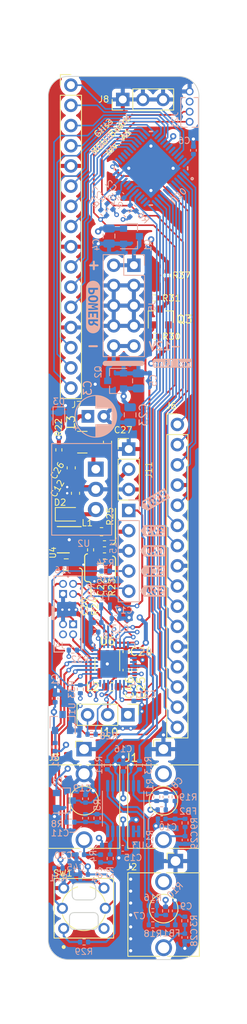
<source format=kicad_pcb>
(kicad_pcb (version 20221018) (generator pcbnew)
  (layers (0 "F.Cu" signal) (1 "In1.Cu" signal) (2 "In2.Cu" signal) (31 "B.Cu" signal) (34 "B.Paste" user) (35 "F.Paste" user) (36 "B.SilkS" user "B.Silkscreen") (37 "F.SilkS" user "F.Silkscreen") (38 "B.Mask" user) (39 "F.Mask" user) (44 "Edge.Cuts" user))
  (net 0 "")
  (net 1 "/5V_SUPPLY")
  (net 2 "-10V")
  (net 3 "/PSOC_PWR")
  (net 4 "Net-(R6-Pad2)")
  (net 5 "GND")
  (net 6 "Net-(C6-Pad1)")
  (net 7 "Net-(C7-Pad2)")
  (net 8 "Net-(J5-Pad10)")
  (net 9 "+5V")
  (net 10 "Net-(J5-Pad1)")
  (net 11 "+12V")
  (net 12 "-12V")
  (net 13 "Net-(R7-Pad2)")
  (net 14 "/SCL")
  (net 15 "/SDA")
  (net 16 "/cap_touch_psoc/SENSE14")
  (net 17 "/cap_touch_psoc/SENSE13")
  (net 18 "/cap_touch_psoc/SENSE12")
  (net 19 "/cap_touch_psoc/SENSE11")
  (net 20 "/cap_touch_psoc/SENSE2")
  (net 21 "/cap_touch_psoc/SENSE1")
  (net 22 "/cap_touch_psoc/XRES")
  (net 23 "/PSOC_EVENT")
  (net 24 "/cap_touch_psoc/SENSE28")
  (net 25 "/cap_touch_psoc/SENSE27")
  (net 26 "/cap_touch_psoc/SENSE26")
  (net 27 "/cap_touch_psoc/SENSE25")
  (net 28 "/cap_touch_psoc/SENSE17")
  (net 29 "/cap_touch_psoc/SENSE16")
  (net 30 "/cap_touch_psoc/SENSE15")
  (net 31 "/cap_touch_psoc/SENSE10")
  (net 32 "/cap_touch_psoc/SENSE9")
  (net 33 "/cap_touch_psoc/SENSE8")
  (net 34 "/cap_touch_psoc/SENSE7")
  (net 35 "/cap_touch_psoc/SENSE6")
  (net 36 "/cap_touch_psoc/SENSE5")
  (net 37 "/cap_touch_psoc/SENSE4")
  (net 38 "/cap_touch_psoc/SENSE3")
  (net 39 "/cap_touch_psoc/SENSE30")
  (net 40 "/cap_touch_psoc/SENSE29")
  (net 41 "/cap_touch_psoc/SENSE24")
  (net 42 "/cap_touch_psoc/SENSE23")
  (net 43 "/cap_touch_psoc/SENSE22")
  (net 44 "/cap_touch_psoc/SENSE21")
  (net 45 "/cap_touch_psoc/SENSE20")
  (net 46 "/cap_touch_psoc/SENSE19")
  (net 47 "/cap_touch_psoc/SENSE18")
  (net 48 "Net-(C8-Pad2)")
  (net 49 "Net-(C8-Pad1)")
  (net 50 "Net-(C28-Pad2)")
  (net 51 "Net-(C10-Pad2)")
  (net 52 "Net-(C7-Pad1)")
  (net 53 "Net-(C11-Pad1)")
  (net 54 "Net-(C11-Pad2)")
  (net 55 "+3V3")
  (net 56 "/ADC0")
  (net 57 "/DAC0")
  (net 58 "/DAC1")
  (net 59 "Net-(D3-Pad2)")
  (net 60 "VDDA")
  (net 61 "/USART2_TX")
  (net 62 "/BOOT0")
  (net 63 "Net-(L1-Pad1)")
  (net 64 "/SPI_MOSI")
  (net 65 "/USART2_RX")
  (net 66 "Net-(R23-Pad2)")
  (net 67 "Net-(C13-Pad1)")
  (net 68 "/NRST")
  (net 69 "Net-(C17-Pad1)")
  (net 70 "/SW_1")
  (net 71 "/USB_D_P")
  (net 72 "Net-(R28-Pad2)")
  (net 73 "/USB_D_N")
  (net 74 "/JTCK-SWCLK")
  (net 75 "/JTMS-SWDIO")
  (net 76 "/PSOC_3V3")
  (net 77 "Net-(Q3-Pad1)")
  (net 78 "/PSOC_PULLUP_SDA")
  (net 79 "/PSOC_3V3_ON")
  (net 80 "Net-(R21-Pad2)")
  (net 81 "Net-(R29-Pad1)")
  (net 82 "Net-(J15-Pad4)")
  (net 83 "Net-(J15-Pad5)")
  (net 84 "/I2C1_SDA")
  (net 85 "/I2C1_SCL")
  (net 87 "Net-(C27-Pad1)")
  (net 88 "Net-(C30-Pad2)")
  (net 89 "/SW_LED_A")
  (net 90 "/SW_LED_B")
  (net 91 "Net-(U3-Pad1)")
  (net 95 "Net-(C9-Pad2)")
  (net 96 "Net-(C29-Pad2)")
  (net 97 "Net-(FB1-Pad1)")
  (net 98 "Net-(FB2-Pad1)")
  (net 99 "Net-(FB3-Pad2)")
  (footprint "Connector_PinHeader_2.54mm:PinHeader_1x16_P2.54mm_Vertical" (layer "F.Cu") (at 143.471337 39.721393)
    (fp_text reference "J7")
    (fp_text value "Conn_01x16_Female")
  )
  (footprint "Resistor_SMD:R_0402_1005Metric" (layer "F.Cu") (at 147.701337 98.934793 180)
    (fp_text reference "R23")
    (fp_text value "18k")
  )
  (footprint "Capacitor_SMD:C_0402_1005Metric" (layer "F.Cu") (at 150.4 113.3 90)
    (fp_text reference "C46")
    (fp_text value "4.7uF")
  )
  (footprint "Connector_PinHeader_2.54mm:PinHeader_1x03_P2.54mm_Vertical" (layer "F.Cu") (at 150.001337 41.521393 90)
    (fp_text reference "J8")
    (fp_text value "Conn_01x03")
  )
  (footprint "Capacitor_SMD:C_0805_2012Metric" (layer "F.Cu") (at 147.199137 100.585793 180)
    (fp_text reference "C22")
    (fp_text value "22u")
  )
  (footprint "Connector_Audio:Jack_3.5mm_QingPu_WQP-PJ398SM_Vertical_CircularHoles" (layer "F.Cu") (at 145.126137 123.242793)
    (fp_text reference "J3")
    (fp_text value "AudioJack2_SwitchT")
  )
  (footprint "Connector_Audio:Jack_3.5mm_QingPu_WQP-PJ398SM_Vertical_CircularHoles" (layer "F.Cu") (at 155.15 136.82)
    (fp_text reference "J2")
    (fp_text value "AudioJack2_SwitchT")
  )
  (footprint "Capacitor_SMD:C_0402_1005Metric" (layer "F.Cu") (at 151.5 113.3 90)
    (fp_text reference "C25")
    (fp_text value "1uF")
  )
  (footprint "Gliss:HIGHLY_PB6149L_v5" (layer "F.Cu") (at 145.1 143.2575 -90)
    (fp_text reference "SW1")
    (fp_text value "HIGHLY_PB6149L-13")
    (fp_line (start -3.15 -0.94) (end -3.15 0.9) (stroke (width 0.12)) (layer "Edge.Cuts"))
    (fp_line (start -2.5 -1.5) (end -1.6 -1.5) (stroke (width 0.12)) (layer "Edge.Cuts"))
    (fp_line (start -1.6 1.46) (end -2.6 1.46) (stroke (width 0.12)) (layer "Edge.Cuts"))
    (fp_line (start -1.05 -0.94) (end -1.05 0.9) (stroke (width 0.12)) (layer "Edge.Cuts"))
    (fp_line (start 0.54 -1.25) (end 0.54 1.25) (stroke (width 0.12)) (layer "Edge.Cuts"))
    (fp_line (start 1.11 -1.81) (end 2.1 -1.81) (stroke (width 0.12)) (layer "Edge.Cuts"))
    (fp_line (start 2.1 1.81) (end 1.1 1.81) (stroke (width 0.12)) (layer "Edge.Cuts"))
    (fp_line (start 2.66 -1.25) (end 2.66 1.25) (stroke (width 0.12)) (layer "Edge.Cuts"))
    (fp_arc (start -3.15 -0.94) (mid -2.94098 -1.354619) (end -2.5 -1.5) (stroke (width 0.12)) (layer "Edge.Cuts"))
    (fp_arc (start -2.59 1.46) (mid -2.98598 1.29598) (end -3.15 0.9) (stroke (width 0.12)) (layer "Edge.Cuts"))
    (fp_arc (start -1.6 -1.5) (mid -1.20902 -1.333909) (end -1.05 -0.94) (stroke (width 0.12)) (layer "Edge.Cuts"))
    (fp_arc (start -1.05 0.9) (mid -1.20902 1.293909) (end -1.6 1.46) (stroke (width 0.12)) (layer "Edge.Cuts"))
    (fp_arc (start 0.54 -1.25) (mid 0.70902 -1.648051) (end 1.11 -1.81) (stroke (width 0.12)) (layer "Edge.Cuts"))
    (fp_arc (start 1.1 1.81) (mid 0.70902 1.643909) (end 0.55 1.25) (stroke (width 0.12)) (layer "Edge.Cuts"))
    (fp_arc (start 2.1 -1.81) (mid 2.49598 -1.64598) (end 2.66 -1.25) (stroke (width 0.12)) (layer "Edge.Cuts"))
    (fp_arc (start 2.66 1.25) (mid 2.49598 1.64598) (end 2.1 1.81) (stroke (width 0.12)) (layer "Edge.Cuts"))
  )
  (footprint "Connector_PinHeader_2.54mm:PinHeader_1x03_P2.54mm_Vertical" (layer "F.Cu") (at 150.651337 118.921393 -90)
    (fp_text reference "J10")
    (fp_text value "Conn_01x03")
  )
  (footprint "Resistor_SMD:R_0402_1005Metric" (layer "F.Cu") (at 153.966337 66.481393)
    (fp_text reference "R31")
    (fp_text value "D.N.P")
  )
  (footprint "Inductor_SMD:L_0603_1608Metric" (layer "F.Cu") (at 147.326137 95.886793)
    (fp_text reference "L1")
    (fp_text value "2u2")
  )
  (footprint "Gliss:gliss_edge_silkscreen_user_graphics" (layer "F.Cu") (at 140.1 29.26)
    (fp_text reference "outline" hide)
    (fp_text value "Val**" hide)
  )
  (footprint "Resistor_SMD:R_0402_1005Metric" (layer "F.Cu") (at 147.701337 97.410793 180)
    (fp_text reference "R25")
    (fp_text value "5k6")
  )
  (footprint "Package_DFN_QFN:DFN-6-1EP_3x3mm_P0.95mm_EP1.7x2.6mm" (layer "F.Cu") (at 143.262137 96.902793 180)
    (fp_text reference "U4")
    (fp_text value "ST1S06APUR")
  )
  (footprint "Diode_SMD:D_SOD-323" (layer "F.Cu") (at 143.006137 93.697793)
    (fp_text reference "D2")
    (fp_text value "BAT60J")
  )
  (footprint "Connector_PinHeader_2.54mm:PinHeader_1x03_P2.54mm_Vertical" (layer "F.Cu") (at 150.751337 85.496393)
    (fp_text reference "J11")
    (fp_text value "Conn_01x03")
  )
  (footprint "Capacitor_SMD:C_0603_1608Metric" (layer "F.Cu") (at 148.082 84.64 90)
    (fp_text reference "C27")
    (fp_text value "4.7uF")
  )
  (footprint "Resistor_SMD:R_0402_1005Metric" (layer "F.Cu") (at 154.066337 71.306393 180)
    (fp_text reference "R30")
    (fp_text value "100")
  )
  (footprint "Capacitor_SMD:C_0603_1608Metric" (layer "F.Cu") (at 143.51 87.86 -90)
    (fp_text reference "C26")
    (fp_text value "10uF")
  )
  (footprint "Connector_PinHeader_2.54mm:PinHeader_1x16_P2.54mm_Vertical" (layer "F.Cu") (at 156.881337 82.401393)
    (fp_text reference "J6")
    (fp_text value "Conn_01x16_Female")
  )
  (footprint "Resistor_SMD:R_0402_1005Metric" (layer "F.Cu") (at 145.951337 98.172793 90)
    (fp_text reference "R24")
    (fp_text value "5k6")
  )
  (footprint "Inductor_SMD:L_0603_1608Metric" (layer "F.Cu") (at 148.64 115.39)
    (fp_text reference "L2")
    (fp_text value "2u2 [DNP]")
  )
  (footprint "Package_TO_SOT_SMD:TSOT-23-5" (layer "F.Cu") (at 148.0566 112.5728 -90)
    (fp_text reference "U6")
    (fp_text value "MIC5317-3.3YM5")
  )
  (footprint "Inductor_SMD:L_1210_3225Metric" (layer "F.Cu") (at 144.91 84.63)
    (fp_text reference "L3")
    (fp_text value "12uH")
  )
  (footprint "Capacitor_SMD:C_0805_2012Metric" (layer "F.Cu") (at 142.881137 100.040793)
    (fp_text reference "C20")
    (fp_text value "4u7")
  )
  (footprint "Resistor_SMD:R_0402_1005Metric" (layer "F.Cu") (at 155.581137 63.654193 90)
    (fp_text reference "R37")
    (fp_text value "0")
  )
  (footprint "Capacitor_SMD:C_0402_1005Metric" (layer "F.Cu") (at 150.4 111 -90)
    (fp_text reference "C24")
    (fp_text value "1uF")
  )
  (footprint "Capacitor_SMD:C_0603_1608Metric" (layer "F.Cu") (at 144.05 91.06 90)
    (fp_text reference "C12")
    (fp_text value "100nF")
  )
  (footprint "Resistor_SMD:R_0402_1005Metric" (layer "F.Cu") (at 141.956137 85.6 90)
    (fp_text reference "R22")
    (fp_text value "2k2")
  )
  (footprint "Connector_Audio:Jack_3.5mm_QingPu_WQP-PJ398SM_Vertical_CircularHoles" (layer "F.Cu") (at 155.126137 123.242793)
    (fp_text reference "J1")
    (fp_text value "AudioJack2_SwitchT")
  )
  (footprint "Package_TO_SOT_SMD:SOT-23" (layer "F.Cu") (at 154.791337 68.881393 90)
    (fp_text reference "Q3")
    (fp_text value "BSH202")
  )
  (footprint "kibuzzard-6392461D" (layer "B.Cu") (at 153.8 98.3 180)
    (fp_text reference "kibuzzard-6392461D" hide)
    (fp_text value "G***" hide)
  )
  (footprint "Resistor_SMD:R_0402_1005Metric" (layer "B.Cu") (at 147.834137 102.998793 180)
    (fp_text reference "R35")
    (fp_text value "220")
  )
  (footprint "Resistor_SMD:R_0402_1005Metric" (layer "B.Cu") (at 152.106137 125.272793 -90)
    (fp_text reference "R13")
    (fp_text value "27k, 0.1%")
  )
  (footprint "Capacitor_SMD:C_0402_1005Metric" (layer "B.Cu") (at 157.82 146.93 90)
    (fp_text reference "C28")
    (fp_text value "D.N.P.")
  )
  (footprint "Resistor_SMD:R_0402_1005Metric" (layer "B.Cu") (at 141.481337 122.976993 90)
    (fp_text reference "R1")
    (fp_text value "470R")
  )
  (footprint "Resistor_SMD:R_0402_1005Metric" (layer "B.Cu") (at 148.401337 54.971393 135)
    (fp_text reference "R27")
    (fp_text value "4k7")
  )
  (footprint "Capacitor_SMD:C_0402_1005Metric" (layer "B.Cu") (at 145.306137 129.48 -90)
    (fp_text reference "C19")
    (fp_text value "47n")
  )
  (footprint "Inductor_SMD:L_0402_1005Metric" (layer "B.Cu") (at 156.6 131.53 -90)
    (fp_text reference "FB2")
    (fp_text value "FerriteBead")
  )
  (footprint "kibuzzard-639247C2" (layer "B.Cu") (at 156.15 74.7 180)
    (fp_text reference "kibuzzard-639247C2" hide)
    (fp_text value "G***" hide)
  )
  (footprint "Package_TO_SOT_SMD:SOT-23" (layer "B.Cu") (at 151.101337 58.721393)
    (fp_text reference "Q1")
    (fp_text value "Si2319CDS")
  )
  (footprint "Package_SO:TSSOP-14_4.4x5mm_P0.65mm" (layer "B.Cu") (at 150.051337 130.721393 90)
    (fp_text reference "U3")
    (fp_text value "TL074")
  )
  (footprint "Capacitor_SMD:C_0402_1005Metric" (layer "B.Cu") (at 151.4 116.7 -90)
    (fp_text reference "C21")
    (fp_text value "100nF")
  )
  (footprint "Connector_PinHeader_1.27mm:PinHeader_2x02_P1.27mm_Vertical" (layer "B.Cu") (at 142.481137 103.722793)
    (fp_text reference "J16")
    (fp_text value "Conn_02x02_Odd_Even")
  )
  (footprint "kibuzzard-63924626" (layer "B.Cu") (at 153.8 100.85 180)
    (fp_text reference "kibuzzard-63924626" hide)
    (fp_text value "G***" hide)
  )
  (footprint "Gliss:XTAL_ECS-.327-12.5-16-TR" (layer "B.Cu") (at 147.834137 105.284793)
    (fp_text reference "Y1")
    (fp_text value "ECS-.327-12.5-16-TR")
  )
  (footprint "Capacitor_SMD:C_0402_1005Metric" (layer "B.Cu") (at 149.104137 106.808793)
    (fp_text reference "C17")
    (fp_text value "4.3pF")
  )
  (footprint "Package_TO_SOT_SMD:SOT-23" (layer "B.Cu") (at 142.425137 119.887593 90)
    (fp_text reference "U1")
    (fp_text value "LM4040D10IDBZT ")
  )
  (footprint "Capacitor_SMD:C_0402_1005Metric" (layer "B.Cu") (at 145.13 139 180)
    (fp_text reference "C45")
    (fp_text value "100nF")
  )
  (footprint "Capacitor_SMD:C_0402_1005Metric" (layer "B.Cu") (at 153.79 144.12 180)
    (fp_text reference "C7")
    (fp_text value "100pF")
  )
  (footprint "Resistor_SMD:R_0402_1005Metric" (layer "B.Cu") (at 150.526337 55.944376 135)
    (fp_text reference "R26")
    (fp_text value "4k7")
  )
  (footprint "Package_TO_SOT_SMD:SOT-23" (layer "B.Cu") (at 142.651337 129.707393)
    (fp_text reference "D1")
    (fp_text value "BAT54S")
  )
  (footprint "Capacitor_SMD:C_0402_1005Metric" (layer "B.Cu") (at 144.65 136.515)
    (fp_text reference "C30")
    (fp_text value "D.N.P.")
  )
  (footprint "Resistor_SMD:R_0402_1005Metric" (layer "B.Cu") (at 143.716537 110.784993)
    (fp_text reference "R32")
    (fp_text value "20k")
  )
  (footprint "Resistor_SMD:R_0402_1005Metric" (layer "B.Cu") (at 146.756137 131.922793 -90)
    (fp_text reference "R5")
    (fp_text value "20k, 0.1%")
  )
  (footprint "Capacitor_SMD:C_0805_2012Metric" (layer "B.Cu") (at 150.93 81.19 90)
    (fp_text reference "C23")
    (fp_text value "22uF")
  )
  (footprint "Inductor_SMD:L_0402_1005Metric" (layer "B.Cu") (at 156.14 145.34)
    (fp_text reference "FB1")
    (fp_text value "FerriteBead")
  )
  (footprint "Capacitor_SMD:C_0402_1005Metric" (layer "B.Cu") (at 157.85 134.675 90)
    (fp_text reference "C29")
    (fp_text value "D.N.P.")
  )
  (footprint "Capacitor_SMD:C_0805_2012Metric" (layer "B.Cu") (at 148.276337 58.701393 -90)
    (fp_text reference "C4")
    (fp_text value "100nF")
  )
  (footprint "Resistor_SMD:R_0402_1005Metric" (layer "B.Cu") (at 157.82 144.83 -90)
    (fp_text reference "R3")
    (fp_text value "0")
  )
  (footprint "Capacitor_SMD:C_0805_2012Metric" (layer "B.Cu") (at 151.976337 76.921393 -90)
    (fp_text reference "C5")
    (fp_text value "100nF")
  )
  (footprint "Package_DFN_QFN:QFN-32-1EP_5x5mm_P0.5mm_EP3.45x3.45mm" (layer "B.Cu") (at 148.907387 112.528268 -90)
    (fp_text reference "U5")
    (fp_text value "STM32G491KEU6")
  )
  (footprint "Capacitor_SMD:C_0402_1005Metric" (layer "B.Cu") (at 149.801337 53.571393 135)
    (fp_text reference "C2")
    (fp_text value "100nF")
  )
  (footprint "Capacitor_SMD:C_0402_1005Metric" (layer "B.Cu") (at 150.006137 135.722793 180)
    (fp_text reference "C15")
    (fp_text value "100nF")
  )
  (footprint "Resistor_SMD:R_0402_1005Metric" (layer "B.Cu") (at 154.28 129.25 90)
    (fp_text reference "R17")
    (fp_text value "127k, 0.1%")
  )
  (footprint "LED_SMD:LED_0603_1608Metric" (layer "B.Cu") (at 141.956137 81.672793 -90)
    (fp_text reference "D3")
    (fp_text value "LED")
  )
  (footprint "Capacitor_SMD:C_0402_1005Metric" (layer "B.Cu") (at 158.901337 47.921393 90)
    (fp_text reference "C6")
    (fp_text value "100nF")
  )
  (footprint "Resistor_SMD:R_0402_1005Metric" (layer "B.Cu") (at 155.4 143.59 -90)
    (fp_text reference "R10")
    (fp_text value "124k, 0.1%")
  )
  (footprint "Capacitor_SMD:C_0402_1005Metric" (layer "B.Cu") (at 141.481337 116.855593 -90)
    (fp_text reference "C1")
    (fp_text value "100nF")
  )
  (footprint "kibuzzard-639244A3" (layer "B.Cu") (at 146.27 67.63 -90)
    (fp_text reference "kibuzzard-639244A3" hide)
    (fp_text value "G***" hide)
  )
  (footprint "Resistor_SMD:R_0402_1005Metric" (layer "B.Cu") (at 148.42 137 -90)
    (fp_text reference "R2")
    (fp_text value "100k, 0.1%")
  )
  (footprint "Capacitor_SMD:C_0402_1005Metric" (layer "B.Cu") (at 145.306137 131.922793 -90)
    (fp_text reference "C11")
    (fp_text value "1nF")
  )
  (footprint "Resistor_SMD:R_0402_1005Metric" (layer "B.Cu") (at 145.13 147.5)
    (fp_text reference "R29")
    (fp_text value "0")
  )
  (footprint "Resistor_SMD:R_0402_1005Metric" (layer "B.Cu") (at 156.6 129.25 -90)
    (fp_text reference "R19")
    (fp_text value "100, 0.1%")
  )
  (footprint "Resistor_SMD:R_0402_1005Metric" (layer "B.Cu") (at 145.954537 105.691193 -90)
    (fp_text reference "R20")
    (fp_text value "10k")
  )
  (footprint "Resistor_SMD:R_0402_1005Metric" (layer "B.Cu") (at 148.056137 125.272793 -90)
    (fp_text reference "R11")
    (fp_text value "27k, 0.1%")
  )
  (footprint "Resistor_SMD:R_0402_1005Metric" (layer "B.Cu") (at 147.906137 135.322793)
    (fp_text reference "R4")
    (fp_text value "96k, 0.1%")
  )
  (footprint "Capacitor_SMD:C_0402_1005Metric" (layer "B.Cu") (at 146.818137 107.316793 180)
    (fp_text reference "C13")
    (fp_text value "4.3pF")
  )
  (footprint "kibuzzard-6392472E" (layer "B.Cu") (at 154 91.948 -150)
    (fp_text reference "kibuzzard-6392472E" hide)
    (fp_text value "G***" hide)
  )
  (footprint "Connector_PinHeader_2.54mm:PinHeader_2x05_P2.54mm_Vertical" (layer "B.Cu") (at 151.404137 62.374793 180)
    (fp_text reference "J5")
    (fp_text value "EURO_PWR_2x5")
  )
  (footprint "Resistor_SMD:R_0402_1005Metric" (layer "B.Cu") (at 147.834137 100.839793 180)
    (fp_text reference "R34")
    (fp_text value "220")
  )
  (footprint "Resistor_SMD:R_0402_1005Metric" (layer "B.Cu") (at 153.79 142.92 180)
    (fp_text reference "R16")
    (fp_text value "127k,  0.1%")
  )
  (footprint "kibuzzard-63924611" (layer "B.Cu") (at 153.81 95.77 180)
    (fp_text reference "kibuzzard-63924611" hide)
    (fp_text value "G***" hide)
  )
  (footprint "Resistor_SMD:R_0402_1005Metric" (layer "B.Cu") (at 153.79 145.34)
    (fp_text reference "R18")
    (fp_text value "100, 0.1%")
  )
  (footprint "Resistor_SMD:R_0402_1005Metric" (layer "B.Cu") (at 143.406137 132.422793 180)
    (fp_text reference "R8")
    (fp_text value "470")
  )
  (footprint "Resistor_SMD:R_0402_1005Metric" (layer "B.Cu") (at 144.659137 115.696793 90)
    (fp_text reference "R33")
    (fp_text value "20k")
  )
  (footprint "kibuzzard-6392462F" (layer "B.Cu") (at 153.8 103.36 180)
    (fp_text reference "kibuzzard-6392462F" hide)
    (fp_text value "G***" hide)
  )
  (footprint "Capacitor_SMD:C_0402_1005Metric" (layer "B.Cu") (at 146.437137 108.510593 180)
    (fp_text reference "C18")
    (fp_text value "100nF")
  )
  (footprint "Connector_PinHeader_2.54mm:PinHeader_1x05_P2.54mm_Vertical" (layer "B.Cu") (at 150.755137 93.219793 180)
    (fp_text reference "J15")
    (fp_text value "Conn_01x05")
  )
  (footprint "Resistor_SMD:R_0402_1005Metric" (layer "B.Cu") (at 147.601337 55.771393 135)
    (fp_text reference "R7")
    (fp_text value "0")
  )
  (footprint "Capacitor_SMD:C_0402_1005Metric" (layer "B.Cu") (at 150.056137 125.572793 -90)
    (fp_text reference "C16")
    (fp_text value "100nF")
  )
  (footprint "Capacitor_SMD:C_0402_1005Metric" (layer "B.Cu") (at 156.62 143.59 -90)
    (fp_text reference "C9")
    (fp_text value "100n")
  )
  (footprint "Capacitor_THT:CP_Radial_D5.0mm_P2.00mm" (layer "B.Cu") (at 145.614888 81.38)
    (fp_text reference "C3")
    (fp_text value "47uF")
  )
  (footprint "Package_TO_SOT_SMD:SOT-23" (layer "B.Cu") (at 149.101337 76.921393 180)
    (fp_text reference "Q2")
    (fp_text value "BSS123")
  )
  (footprint "Capacitor_SMD:C_0402_1005Metric" (layer "B.Cu") (at 155.44 129.25 90)
    (fp_text reference "C8")
    (fp_text value "100pF")
  )
  (footprint "Resistor_SMD:R_0402_1005Metric" (layer "B.Cu") (at 141.906137 138.222793 180)
    (fp_text reference "R21")
    (fp_text value "220")
  )
  (footprint "Connector_PinHeader_1.27mm:PinHeader_1x04_P1.27mm_Vertical" (layer "B.Cu") (at 158.423137 40.518 180)
    (fp_text reference "J21")
    (fp_text value "Conn_01x04 [DNP]")
  )
  (footprint "Inductor_SMD:L_0402_1005Metric" (layer "B.Cu") (at 147.21 137 -90)
    (fp_text reference "FB3")
    (fp_text value "FerriteBead")
  )
  (footprint "Resistor_SMD:R_0402_1005Metric" (layer "B.Cu") (at 151.301337 55.169376 135)
    (fp_text reference "R6")
    (fp_text value "0")
  )
  (footprint "Resistor_SMD:R_0402_1005Metric" (layer "B.Cu") (at 146.076337 121.371393)
    (fp_text reference "R28")
    (fp_text value "22")
  )
  (footprint "Resistor_SMD:R_0402_1005Metric" (layer "B.Cu") (at 157.85 132.525 -90)
    (fp_text reference "R9")
    (fp_text value "0")
  )
  (footprint "Connector_PinHeader_1.27mm:PinHeader_2x02_P1.27mm_Vertical" (layer "B.Cu") (at 143.751137 107.532793 180)
    (fp_text reference "J4")
    (fp_text value "Conn_02x02_Odd_Even")
  )
  (footprint "Gliss:R-78-xxx-0.5" (layer "B.Cu") (at 146.601337 88.021393 -90)
    (fp_text reference "U2")
    (fp_text value "R-78E5.0-0.5 ")
  )
  (footprint "Capacitor_SMD:C_0402_1005Metric" (layer "B.Cu") (at 154.91 132.01)
    (fp_text reference "C10")
    (fp_text value "100n")
  )
  (footprint "Gliss:QFN48-LEADS" (layer "B.Cu") (at 153.551337 50.177393 135)
    (fp_text reference "U30")
    (fp_text value "CY8C206X6A")
  )
  (footprint "Resistor_SMD:R_0402_1005Metric" (layer "B.Cu") (at 154.91 130.87)
    (fp_text reference "R12")
    (fp_text value "124k, 0.1%")
  )
  (gr_line (start 141.356137 101.472793) (end 144.856137 101.472793) (stroke (width 0.15)) (layer "B.SilkS"))
  (gr_line (start 147.81 107.33) (end 148.4 107.83) (stroke (width 0.12)) (layer "B.SilkS"))
  (gr_line (start 141.356137 111.022793) (end 142.581137 111.022793) (stroke (width 0.15)) (layer "B.SilkS"))
  (gr_rect (start 141.106137 105.322793) (end 141.306137 106.922793) (stroke (width 0.15)) (fill solid) (layer "B.SilkS"))
  (gr_line (start 143.9 133.7) (end 143.325 133.7) (stroke (width 0.12)) (layer "B.SilkS"))
  (gr_rect (start 141.356137 101.472793) (end 141.356137 111.022793) (stroke (width 0.15)) (fill none) (layer "B.SilkS"))
  (gr_line (start 153.2 133.37) (end 153.2 132.07) (stroke (width 0.12)) (layer "B.SilkS"))
  (gr_rect (start 144.841137 101.472793) (end 144.856137 110.762793) (stroke (width 0.15)) (fill none) (layer "B.SilkS"))
  (gr_line (start 153.2 132.07) (end 153.87 131.37) (stroke (width 0.12)) (layer "B.SilkS"))
  (gr_line (start 147.801337 74.721393) (end 152.401337 74.721393) (stroke (width 0.65)) (layer "B.SilkS"))
  (gr_line (start 143.9 133.7) (end 144.77 132.975) (stroke (width 0.12)) (layer "B.SilkS"))
  (gr_line (start 146.275 135.875) (end 146.825 135.325) (stroke (width 0.12)) (layer "B.SilkS"))
  (gr_line (start 145.203624 101.825306) (end 145.203624 99.030793) (stroke (width 0.15)) (layer "F.SilkS"))
  (gr_arc (start 145.553624 102.172793) (mid 145.306145 102.070276) (end 145.203624 101.822793) (stroke (width 0.15)) (layer "F.SilkS"))
  (gr_arc (start 145.65865 102.17028) (mid 145.906134 102.272796) (end 146.00865 102.52028) (stroke (width 0.15)) (layer "F.SilkS"))
  (gr_arc (start 149.07965 97.112506) (mid 148.977134 97.35999) (end 148.72965 97.462506) (stroke (width 0.15)) (layer "F.SilkS"))
  (gr_line (start 149.07965 97.062506) (end 149.07965 92.962506) (stroke (width 0.15)) (layer "F.SilkS"))
  (gr_arc (start 144.556137 100.472793) (mid 144.803624 100.575306) (end 144.906137 100.822793) (stroke (width 0.15)) (layer "F.SilkS"))
  (gr_line (start 146.006137 104.097793) (end 146.006137 102.547793) (stroke (width 0.15)) (layer "F.SilkS"))
  (gr_arc (start 145.203624 99.030793) (mid 145.306136 98.783301) (end 145.553624 98.680793) (stroke (width 0.15)) (layer "F.SilkS"))
  (gr_line (start 145.553624 102.172793) (end 145.681137 102.17028) (stroke (width 0.15)) (layer "F.SilkS"))
  (gr_line (start 149.07965 101.6) (end 149.07965 99.297793) (stroke (width 0.15)) (layer "F.SilkS"))
  (gr_arc (start 148.72965 98.95928) (mid 148.977134 99.061796) (end 149.07965 99.30928) (stroke (width 0.15)) (layer "F.SilkS"))
  (gr_line (start 144.906137 104.072793) (end 144.906137 100.780793) (stroke (width 0.15)) (layer "F.SilkS"))
  (gr_line (start 157.104339 149.7114) (end 143.1056 149.7114) (stroke (width 0.1)) (layer "Edge.Cuts"))
  (gr_line (start 140.612145 41.114855) (end 140.612145 147.211739) (stroke (width 0.1)) (layer "Edge.Cuts"))
  (gr_line (start 159.604 147.217945) (end 159.604 41.121061) (stroke (width 0.1)) (layer "Edge.Cuts"))
  (gr_line (start 157.110545 38.6214) (end 143.111806 38.6214) (stroke (width 0.1)) (layer "Edge.Cuts"))
  (gr_arc (start 159.604 147.217945) (mid 158.871212 148.983) (end 157.104339 149.7114) (stroke (width 0.1)) (layer "Edge.Cuts"))
  (gr_arc (start 143.1056 149.7114) (mid 141.340516 148.978628) (end 140.612145 147.211739) (stroke (width 0.1)) (layer "Edge.Cuts"))
  (gr_arc (start 140.612145 41.114855) (mid 141.344936 39.349816) (end 143.111806 38.6214) (stroke (width 0.1)) (layer "Edge.Cuts"))
  (gr_arc (start 157.110545 38.6214) (mid 158.8756 39.354188) (end 159.604 41.121061) (stroke (width 0.1)) (layer "Edge.Cuts"))
  (gr_text "+" (at 146.27 62.396393 90) (layer "B.SilkS") (effects (font (size 1.25 1.25) (thickness 0.25)) (justify mirror)))
  (gr_text "Gliss\nMCU Board\nrev. A1\n" (at 148.5 46 45) (layer "B.SilkS") (effects (font (size 0.8 0.8) (thickness 0.12)) (justify mirror)))
  (gr_text "-" (at 146.27 72.646393 180) (layer "B.SilkS") (effects (font (size 1.25 1.25) (thickness 0.25)) (justify mirror)))
  (gr_text "-12V" (at 155.3 72.55) (layer "B.SilkS") (effects (font (size 1 1) (thickness 0.2)) (justify mirror)))
  (gr_text "Gliss\nMCU Board\nrev. A1" (at 148.5 46 45) (layer "F.SilkS") (effects (font (size 0.8 0.8) (thickness 0.12))))
  (segment (start 150.751337 88.036393) (end 148.751337 90.036393) (width 0.508) (layer "F.Cu") (net 1))
  (segment (start 141.3 86.766137) (end 141.956137 86.11) (width 0.508) (layer "F.Cu") (net 1))
  (segment (start 141.922137 97.852793) (end 141.922137 100.031793) (width 0.508) (layer "F.Cu") (net 1))
  (segment (start 147.574 110.109) (end 147.1066 110.5764) (width 0.25) (layer "F.Cu") (net 1))
  (segment (start 141.956137 93.456137) (end 141.3 92.8) (width 0.508) (layer "F.Cu") (net 1))
  (segment (start 141.922137 100.031793) (end 141.931137 100.040793) (width 0.508) (layer "F.Cu") (net 1))
  (segment (start 142.128737 94.845393) (end 141.956137 94.672793) (width 0.508) (layer "F.Cu") (net 1))
  (segment (start 148.751337 90.036393) (end 148.751337 93.677593) (width 0.508) (layer "F.Cu") (net 1))
  (segment (start 148.751337 93.677593) (end 147.583537 94.845393) (width 0.508) (layer "F.Cu") (net 1))
  (segment (start 149.0066 110.5256) (end 148.6535 110.1725) (width 0.25) (layer "F.Cu") (net 1))
  (segment (start 141.956137 93.797793) (end 141.956137 94.672793) (width 0.508) (layer "F.Cu") (net 1))
  (segment (start 141.3 92.8) (end 141.3 90.7) (width 0.508) (layer "F.Cu") (net 1))
  (segment (start 147.1066 110.5764) (end 147.1066 111.4353) (width 0.25) (layer "F.Cu") (net 1))
  (segment (start 151.7256 110.5256) (end 152.2374 110.5256) (width 0.25) (layer "F.Cu") (net 1))
  (segment (start 149.0066 110.5256) (end 151.7256 110.5256) (width 0.25) (layer "F.Cu") (net 1))
  (segment (start 147.583537 94.845393) (end 142.128737 94.845393) (width 0.508) (layer "F.Cu") (net 1))
  (segment (start 152.2374 110.5256) (end 152.908 109.855) (width 0.25) (layer "F.Cu") (net 1))
  (segment (start 148.6535 110.1725) (end 148.59 110.109) (width 0.25) (layer "F.Cu") (net 1))
  (segment (start 149.0066 111.4353) (end 149.0066 110.5256) (width 0.25) (layer "F.Cu") (net 1))
  (segment (start 141.956137 94.672793) (end 141.956137 95.918793) (width 0.508) (layer "F.Cu") (net 1))
  (segment (start 141.3 90.7) (end 141.3 86.766137) (width 0.508) (layer "F.Cu") (net 1))
  (segment (start 141.922137 95.952793) (end 141.922137 96.902793) (width 0.508) (layer "F.Cu") (net 1))
  (segment (start 141.956137 93.697793) (end 141.956137 93.456137) (width 0.508) (layer "F.Cu") (net 1))
  (segment (start 141.922137 96.902793) (end 141.922137 97.852793) (width 0.508) (layer "F.Cu") (net 1))
  (segment (start 141.956137 95.918793) (end 141.922137 95.952793) (width 0.508) (layer "F.Cu") (net 1))
  (segment (start 148.59 110.109) (end 147.574 110.109) (width 0.25) (layer "F.Cu") (net 1))
  (via (at 152.908 109.855) (size 0.8) (drill 0.4) (layers "F.Cu" "B.Cu") (net 1))
  (via (at 152.146 106.68) (size 0.8) (drill 0.4) (layers "F.Cu" "B.Cu") (net 1))
  (segment (start 152.146 106.68) (end 152.908 107.442) (width 0.508) (layer "B.Cu") (net 1))
  (segment (start 152.908 107.442) (end 152.908 109.855) (width 0.508) (layer "B.Cu") (net 1))
  (via (at 147.006137 134.422793) (size 0.8) (drill 0.4) (layers "F.Cu" "B.Cu") (net 2))
  (via (at 141.329937 118.563993) (size 0.8) (drill 0.4) (layers "F.Cu" "B.Cu") (net 2))
  (via (at 155.4 142.21) (size 0.8) (drill 0.4) (layers "F.Cu" "B.Cu") (net 2))
  (via (at 153.5 130.87) (size 0.8) (drill 0.4) (layers "F.Cu" "B.Cu") (net 2))
  (segment (start 147.396137 135.322793) (end 147.396137 134.812793) (width 0.25) (layer "B.Cu") (net 2))
  (segment (start 141.481337 122.466993) (end 141.481337 120.893793) (width 0.25) (layer "B.Cu") (net 2))
  (segment (start 141.329937 120.742393) (end 141.475137 120.887593) (width 0.25) (layer "B.Cu") (net 2))
  (segment (start 141.481337 117.922393) (end 141.329937 118.073793) (width 0.25) (layer "B.Cu") (net 2))
  (segment (start 141.329937 118.073793) (end 141.329937 118.563993) (width 0.25) (layer "B.Cu") (net 2))
  (segment (start 155.4 143.08) (end 155.4 142.21) (width 0.25) (layer "B.Cu") (net 2))
  (segment (start 141.481337 120.893793) (end 141.475137 120.887593) (width 0.25) (layer "B.Cu") (net 2))
  (segment (start 141.329937 118.563993) (end 141.329937 120.742393) (width 0.25) (layer "B.Cu") (net 2))
  (segment (start 153.5 130.87) (end 154.4 130.87) (width 0.25) (layer "B.Cu") (net 2))
  (segment (start 147.396137 134.812793) (end 147.006137 134.422793) (width 0.25) (layer "B.Cu") (net 2))
  (segment (start 141.481337 117.335593) (end 141.481337 117.922393) (width 0.25) (layer "B.Cu") (net 2))
  (segment (start 155.581137 63.144193) (end 155.581137 61.951193) (width 0.508) (layer "F.Cu") (net 3))
  (segment (start 153.584537 59.954593) (end 155.137237 61.507293) (width 0.508) (layer "F.Cu") (net 3))
  (segment (start 155.581137 61.951193) (end 155.137237 61.507293) (width 0.508) (layer "F.Cu") (net 3))
  (segment (start 153.584537 59.121393) (end 153.584537 59.954593) (width 0.508) (layer "F.Cu") (net 3))
  (via (at 148.825 53.875) (size 0.8) (drill 0.4) (layers "F.Cu" "B.Cu") (net 3))
  (via (at 153.584537 59.121393) (size 0.8) (drill 0.4) (layers "F.Cu" "B.Cu") (net 3))
  (via (at 150.03 56.61) (size 0.6) (drill 0.3) (layers "F.Cu" "B.Cu") (net 3))
  (via (at 156.36 46.15) (size 0.8) (drill 0.4) (layers "F.Cu" "B.Cu") (net 3))
  (segment (start 149.801337 52.892571) (end 149.461926 53.231982) (width 0.2) (layer "B.Cu") (net 3))
  (segment (start 149.461926 53.231982) (end 149.461926 53.238074) (width 0.2) (layer "B.Cu") (net 3))
  (segment (start 149.801337 52.159626) (end 149.801337 52.892571) (width 0.2) (layer "B.Cu") (net 3))
  (segment (start 155.495881 47.172189) (end 156.36 46.30807) (width 0.25) (layer "B.Cu") (net 3))
  (segment (start 149.801337 52.159626) (end 150.19258 51.768383) (width 0.2) (layer "B.Cu") (net 3))
  (segment (start 149.461926 53.238074) (end 148.825 53.875) (width 0.2) (layer "B.Cu") (net 3))
  (segment (start 156.36 46.30807) (end 156.36 46.15) (width 0.25) (layer "B.Cu") (net 3))
  (segment (start 150.581961 56.61) (end 150.03 56.61) (width 0.25) (layer "B.Cu") (net 3))
  (segment (start 150.581961 56.61) (end 150.886961 56.305) (width 0.25) (layer "B.Cu") (net 3))
  (segment (start 150.940713 53.848677) (end 150.940713 54.808752) (width 0.25) (layer "B.Cu") (net 4))
  (segment (start 151.606793 53.182597) (end 150.940713 53.848677) (width 0.25) (layer "B.Cu") (net 4))
  (segment (start 150.4 112.15) (end 150.1 112.15) (width 0.25) (layer "F.Cu") (net 5))
  (segment (start 148.0566 112.522) (end 149.728 112.522) (width 0.25) (layer "F.Cu") (net 5))
  (segment (start 148.0566 111.4353) (end 148.0566 112.522) (width 0.508) (layer "F.Cu") (net 5))
  (segment (start 145.951337 97.662793) (end 146.939337 97.662793) (width 0.508) (layer "F.Cu") (net 5))
  (segment (start 144.1 105.7) (end 142.4 105.7) (width 0.508) (layer "F.Cu") (net 5))
  (segment (start 144.05 90.285) (end 146.324944 90.285) (width 0.508) (layer "F.Cu") (net 5))
  (segment (start 142.872847 90.285) (end 142.862847 90.275) (width 0.508) (layer "F.Cu") (net 5))
  (segment (start 145.088137 100.040793) (end 145.704137 100.040793) (width 0.508) (layer "F.Cu") (net 5))
  (segment (start 143.262137 98.375993) (end 143.262137 96.902793) (width 0.508) (layer "F.Cu") (net 5))
  (segment (start 144.602137 96.902793) (end 145.191337 96.902793) (width 0.508) (layer "F.Cu") (net 5))
  (segment (start 145.191337 96.902793) (end 145.951337 97.662793) (width 0.508) (layer "F.Cu") (net 5))
  (segment (start 143.51 89.16) (end 144.05 89.7) (width 0.508) (layer "F.Cu") (net 5))
  (segment (start 142.862847 90.275) (end 142.862847 91.047153) (width 0.508) (layer "F.Cu") (net 5))
  (segment (start 146.601337 90.561393) (end 146.601337 90.561337) (width 0.508) (layer "F.Cu") (net 5))
  (segment (start 142.862847 91.047153) (end 142.86 91.05) (width 0.508) (layer "F.Cu") (net 5))
  (segment (start 142.862847 91.037847) (end 142.875 91.05) (width 0.508) (layer "F.Cu") (net 5))
  (segment (start 146.5225 139.6) (end 143.6775 139.6) (width 0.25) (layer "F.Cu") (net 5))
  (segment (start 143.6775 139.6) (end 142.56 140.7175) (width 0.25) (layer "F.Cu") (net 5))
  (segment (start 147.64 140.7175) (end 146.5225 139.6) (width 0.25) (layer "F.Cu") (net 5))
  (segment (start 146.601337 90.561337) (end 146.325 90.285) (width 0.508) (layer "F.Cu") (net 5))
  (segment (start 146.324944 90.285) (end 146.601337 90.561393) (width 0.508) (layer "F.Cu") (net 5))
  (segment (start 150.4 112.82) (end 150.4 112.5) (width 0.25) (layer "F.Cu") (net 5))
  (segment (start 144.602137 96.902793) (end 143.262137 96.902793) (width 0.508) (layer "F.Cu") (net 5))
  (segment (start 150.4 112.5) (end 150.4 112.15) (width 0.25) (layer "F.Cu") (net 5))
  (segment (start 144.05 90.285) (end 142.872847 90.285) (width 0.508) (layer "F.Cu") (net 5))
  (segment (start 150.1 112.15) (end 149.728 112.522) (width 0.25) (layer "F.Cu") (net 5))
  (segment (start 143.831137 100.040793) (end 145.088137 100.040793) (width 0.508) (layer "F.Cu") (net 5))
  (segment (start 144.05 89.7) (end 144.05 90.285) (width 0.508) (layer "F.Cu") (net 5))
  (segment (start 143.820937 98.934793) (end 143.820937 100.030593) (width 0.508) (layer "F.Cu") (net 5))
  (segment (start 151.5 112.82) (end 150.4 112.82) (width 0.25) (layer "F.Cu") (net 5))
  (segment (start 145.704137 100.040793) (end 146.249137 100.585793) (width 0.508) (layer "F.Cu") (net 5))
  (segment (start 146.939337 97.662793) (end 147.191337 97.410793) (width 0.508) (layer "F.Cu") (net 5))
  (segment (start 150.4 112.15) (end 150.4 111.48) (width 0.25) (layer "F.Cu") (net 5))
  (segment (start 143.51 88.635) (end 143.51 89.16) (width 0.508) (layer "F.Cu") (net 5))
  (segment (start 143.820937 100.030593) (end 143.831137 100.040793) (width 0.508) (layer "F.Cu") (net 5))
  (segment (start 143.820937 98.934793) (end 143.262137 98.375993) (width 0.508) (layer "F.Cu") (net 5))
  (via (at 158.901337 46.5) (size 0.8) (drill 0.4) (layers "F.Cu" "B.Cu") (net 5))
  (via (at 151.056137 125.172793) (size 0.8) (drill 0.4) (layers "F.Cu" "B.Cu") (net 5))
  (via (at 144.1 105.7) (size 0.6) (drill 0.3) (layers "F.Cu" "B.Cu") (net 5))
  (via (at 153.551337 52.971393) (size 0.8) (drill 0.4) (layers "F.Cu" "B.Cu") (net 5))
  (via (at 146.206137 110.122793) (size 0.6) (drill 0.3) (layers "F.Cu" "B.Cu") (net 5))
  (via (at 150.8 106.7) (size 0.8) (drill 0.4) (layers "F.Cu" "B.Cu") (net 5))
  (via (at 146.531337 77.341393) (size 0.8) (drill 0.4) (layers "F.Cu" "B.Cu") (net 5))
  (via (at 149.6 105.7) (size 0.8) (drill 0.4) (layers "F.Cu" "B.Cu") (net 5))
  (via (at 151 148.6) (size 0.8) (drill 0.4) (layers "F.Cu" "B.Cu") (net 5))
  (via (at 142.781137 80.022793) (size 0.8) (drill 0.4) (layers "F.Cu" "B.Cu") (net 5))
  (via (at 154.178 132.9) (size 0.8) (drill 0.4) (layers "F.Cu" "B.Cu") (net 5))
  (via (at 151 147.1) (size 0.8) (drill 0.4) (layers "F.Cu" "B.Cu") (net 5))
  (via (at 149.506137 136.922793) (size 0.8) (drill 0.4) (layers "F.Cu" "B.Cu") (net 5))
  (via (at 156.62 142.23) (size 0.8) (drill 0.4) (layers "F.Cu" "B.Cu") (net 5))
  (via (at 151 139.6) (size 0.8) (drill 0.4) (layers "F.Cu" "B.Cu") (net 5))
  (via (at 146.919737 59.666393) (size 0.8) (drill 0.4) (layers "F.Cu" "B.Cu") (net 5))
  (via (at 148.006137 120.622793) (size 0.6) (drill 0.3) (layers "F.Cu" "B.Cu") (net 5))
  (via (at 146.43 102.13) (size 0.6) (drill 0.3) (layers "F.Cu" "B.Cu") (net 5))
  (via (at 155.13 121.456393) (size 0.8) (drill 0.4) (layers "F.Cu" "B.Cu") (net 5))
  (via (at 149.056137 125.172793) (size 0.8) (drill 0.4) (layers "F.Cu" "B.Cu") (net 5))
  (via (at 151 138.1) (size 0.8) (drill 0.4) (layers "F.Cu" "B.Cu") (net 5))
  (via (at 147.85 102.13) (size 0.6) (drill 0.3) (layers "F.Cu" "B.Cu") (net 5))
  (via (at 151 142.6) (size 0.8) (drill 0.4) (layers "F.Cu" "B.Cu") (net 5))
  (via (at 152.5 112.025) (size 0.6) (drill 0.3) (layers "F.Cu" "B.Cu") (net 5))
  (via (at 152.4 118.5) (size 0.6) (drill 0.3) (layers "F.Cu" "B.Cu") (net 5))
  (via (at 149.006137 120.622793) (size 0.6) (drill 0.3) (layers "F.Cu" "B.Cu") (net 5))
  (via (at 150.757337 50.177393) (size 0.8) (drill 0.4) (layers "F.Cu" "B.Cu") (net 5))
  (via (at 151 141.1) (size 0.8) (drill 0.4) (layers "F.Cu" "B.Cu") (net 5))
  (via (at 150.056137 124.222793) (size 0.8) (drill 0.4) (layers "F.Cu" "B.Cu") (net 5))
  (via (at 157.82 148.3) (size 0.8) (drill 0.4) (layers "F.Cu" "B.Cu") (net 5))
  (via (at 141.481337 115.433193) (size 0.6) (drill 0.3) (layers "F.Cu" "B.Cu") (net 5))
  (via (at 141.401337 131.713993) (size 0.8) (drill 0.4) (layers "F.Cu" "B.Cu") (net 5))
  (via (at 150.006137 120.622793) (size 0.6) (drill 0.3) (layers "F.Cu" "B.Cu") (net 5))
  (via (at 145.046137 100.042793) (size 0.6) (drill 0.3) (layers "F.Cu" "B.Cu") (net 5))
  (via (at 143.262137 96.902793) (size 0.8) (drill 0.4) (layers "F.Cu" "B.Cu") (net 5))
  (via (at 142.4 105.7) (size 0.6) (drill 0.3) (layers "F.Cu" "B.Cu") (net 5))
  (via (at 151 145.6) (size 0.8) (drill 0.4) (layers "F.Cu" "B.Cu") (net 5))
  (via (at 144.65 117.775) (size 0.6) (drill 0.3) (layers "F.Cu" "B.Cu") (net 5))
  (via (at 151 144.1) (size 0.8) (drill 0.4) (layers "F.Cu" "B.Cu") (net 5))
  (via (at 151.681137 132.122793) (size 0.8) (drill 0.4) (layers "F.Cu" "B.Cu") (net 5))
  (via (at 143.25 105.7) (size 0.6) (drill 0.3) (layers "F.Cu" "B.Cu") (net 5))
  (via (at 151.006137 120.622793) (size 0.6) (drill 0.3) (layers "F.Cu" "B.Cu") (net 5))
  (via (at 156.345337 50.177393) (size 0.8) (drill 0.4) (layers "F.Cu" "B.Cu") (net 5))
  (via (at 152.4 117.67) (size 0.6) (drill 0.3) (layers "F.Cu" "B.Cu") (net 5))
  (via (at 148.0566 112.522) (size 0.8) (drill 0.4) (layers "F.Cu" "B.Cu") (net 5))
  (via (at 143.004847 90.275) (size 0.6) (drill 0.3) (layers "F.Cu" "B.Cu") (net 5))
  (via (at 146.3 128.45) (size 0.8) (drill 0.4) (layers "F.Cu" "B.Cu") (net 5))
  (via (at 153.551337 47.383393) (size 0.8) (drill 0.4) (layers "F.Cu" "B.Cu") (net 5))
  (via (at 143.002 91.05) (size 0.6) (drill 0.3) (layers "F.Cu" "B.Cu") (net 5))
  (segment (start 150.701337 126.477593) (end 151.056137 126.122793) (width 0.25) (layer "B.Cu") (net 5))
  (segment (start 153.029688 52.449744) (end 153.551337 52.971393) (width 0.2) (layer "B.Cu") (net 5))
  (segment (start 151.344887 114.339721) (end 151.622583 114.617417) (width 0.25) (layer "B.Cu") (net 5))
  (segment (start 146.206137 110.122793) (end 146.469887 110.448343) (width 0.25) (layer "B.Cu") (net 5))
  (segment (start 145.856137 128.45) (end 145.306137 129) (width 0.25) (layer "B.Cu") (net 5))
  (segment (start 141.956137 80.885293) (end 141.956137 80.847793) (width 0.508) (layer "B.Cu") (net 5))
  (segment (start 146.934737 59.651393) (end 146.919737 59.666393) (width 0.2) (layer "B.Cu") (net 5))
  (segment (start 151.056137 126.122793) (end 151.056137 125.172793) (width 0.25) (layer "B.Cu") (net 5))
  (segment (start 157.617201 49.29351) (end 156.733318 50.177393) (width 0.2) (layer "B.Cu") (net 5))
  (segment (start 151.344887 114.278268) (end 151.344887 114.339721) (width 0.25) (layer "B.Cu") (net 5))
  (segment (start 150.369356 50.177393) (end 149.485473 51.061276) (width 0.2) (layer "B.Cu") (net 5))
  (segment (start 146.3 128.45) (end 145.856137 128.45) (width 0.25) (layer "B.Cu") (net 5))
  (segment (start 151.106137 132.122793) (end 150.701337 132.527593) (width 0.25) (layer "B.Cu") (net 5))
  (segment (start 146.206137 110.122793) (end 145.802137 109.780593) (width 0.25) (layer "B.Cu") (net 5))
  (segment (start 149.584137 106.808793) (end 150.691207 106.808793) (width 0.25) (layer "B.Cu") (net 5))
  (segment (start 141.401337 131.713993) (end 141.401337 130.907393) (width 0.25) (layer "B.Cu") (net 5))
  (segment (start 152.4 117.17) (end 152.4 115.394834) (width 0.25) (layer "B.Cu") (net 5))
  (segment (start 149.526137 135.722793) (end 149.526137 136.902793) (width 0.508) (layer "B.Cu") (net 5))
  (segment (start 152.4 117.67) (end 152.4 117.17) (width 0.25) (layer "B.Cu") (net 5))
  (segment (start 149.401337 126.492276) (end 149.056137 126.147076) (width 0.25) (layer "B.Cu") (net 5))
  (segment (start 145.954537 106.201193) (end 145.954537 108.507993) (width 0.508) (layer "B.Cu") (net 5))
  (segment (start 151.25324 52.829043) (end 151.632539 52.449744) (width 0.2) (layer "B.Cu") (net 5))
  (segment (start 152.39 117.18) (end 152.4 117.17) (width 0.25) (layer "B.Cu") (net 5))
  (segment (start 149.136137 125.092793) (end 149.056137 125.172793) (width 0.25) (layer "B.Cu") (net 5))
  (segment (start 150.056137 125.092793) (end 150.056137 124.222793) (width 0.25) (layer "B.Cu") (net 5))
  (segment (start 151.404137 64.914793) (end 151.404137 69.994793) (width 0.508) (layer "B.Cu") (net 5))
  (segment (start 150.701337 132.527593) (end 150.701337 133.583893) (width 0.25) (layer "B.Cu") (net 5))
  (segment (start 150.056137 125.092793) (end 149.136137 125.092793) (width 0.25) (layer "B.Cu") (net 5))
  (segment (start 150.056137 125.092793) (end 150.976137 125.092793) (width 0.25) (layer "B.Cu") (net 5))
  (segment (start 141.401337 130.907393) (end 141.651337 130.657393) (width 0.25) (layer "B.Cu") (net 5))
  (segment (start 151.632539 52.449744) (end 153.029688 52.449744) (width 0.2) (layer "B.Cu") (net 5))
  (segment (start 150.701337 127.858893) (end 150.701337 126.477593) (width 0.25) (layer "B.Cu") (net 5))
  (segment (start 148.864137 64.914793) (end 151.404137 64.914793) (width 0.508) (layer "B.Cu") (net 5))
  (segment (start 150.757337 50.177393) (end 150.369356 50.177393) (width 0.2) (layer "B.Cu") (net 5))
  (segment (start 150.171479 53.910804) (end 151.25324 52.829043) (width 0.25) (layer "B.Cu") (net 5))
  (segment (start 149.526137 136.902793) (end 149.506137 136.922793) (width 0.508) (layer "B.Cu") (net 5))
  (segment (start 145.802137 108.665593) (end 145.957137 108.510593) (width 0.25) (layer "B.Cu") (net 5))
  (segment (start 150.101337 59.671393) (end 148.296337 59.671393) (width 0.508) (layer "B.Cu") (net 5))
  (segment (start 148.864137 64.914793) (end 148.864137 69.994793) (width 0.508) (layer "B.Cu") (net 5))
  (segment (start 141.956137 80.847793) (end 142.781137 80.022793) (width 0.508) (layer "B.Cu") (net 5))
  (segment (start 149.401337 133.583893) (end 149.401337 135.597993) (width 0.25) (layer "B.Cu") (net 5))
  (segment (start 146.469887 110.448343) (end 146.469887 110.778268) (width 0.25) (layer "B.Cu") (net 5))
  (segment (start 150.140748 53.910804) (end 150.171479 53.910804) (width 0.25) (layer "B.Cu") (net 5))
  (segment (start 151.681137 132.122793) (end 151.106137 132.122793) (width 0.25) (layer "B.Cu") (net 5))
  (segment (start 149.657387 113.278268) (end 148.907387 112.528268) (width 0.25) (layer "B.Cu") (net 5))
  (segment (start 157.82 148.3) (end 157.82 147.41) (width 0.25) (layer "B.Cu") (net 5))
  (segment (start 149.401337 135.597993) (end 149.526137 135.722793) (width 0.25) (layer "B.Cu") (net 5))
  (segment (start 151.344887 113.278268) (end 149.657387 113.278268) (width 0.25) (layer "B.Cu") (net 5))
  (segment (start 150.976137 125.092793) (end 151.056137 125.172793) (width 0.25) (layer "B.Cu") (net 5))
  (segment (start 152.4 115.394834) (end 151.622583 114.617417) (width 0.25) (layer "B.Cu") (net 5))
  (segment (start 158.901337 46.5) (end 158.901337 47.441393) (width 0.25) (layer "B.Cu") (net 5))
  (segment (start 149.13192 50.707723) (end 149.485473 51.061276) (width 0.2) (layer "B.Cu") (net 5))
  (segment (start 154.43 132.01) (end 154.43 132.648) (width 0.25) (layer "B.Cu") (net 5))
  (segment (start 148.276337 59.651393) (end 146.934737 59.651393) (width 0.2) (layer "B.Cu") (net 5))
  (segment (start 156.733318 50.177393) (end 156.345337 50.177393) (width 0.2) (layer "B.Cu") (net 5))
  (segment (start 156.62 143.11) (end 156.62 142.23) (width 0.25) (layer "B.Cu") (net 5))
  (segment (start 150.691207 106.808793) (end 150.8 106.7) (width 0.25) (layer "B.Cu") (net 5))
  (segment (start 151.404137 67.454793) (end 148.864137 67.454793) (width 0.508) (layer "B.Cu") (net 5))
  (segment (start 150.101337 75.971393) (end 151.976337 75.971393) (width 0.508) (layer "B.Cu") (net 5))
  (segment (start 143.375137 118.853793) (end 144.406137 117.822793) (width 0.25) (layer "B.Cu") (net 5))
  (segment (start 145.802137 109.780593) (end 145.802137 108.665593) (width 0.25) (layer "B.Cu") (net 5))
  (segment (start 149.401337 127.858893) (end 149.401337 126.492276) (width 0.25) (layer "B.Cu") (net 5))
  (segment (start 151.404137 69.994793) (end 148.864137 69.994793) (width 0.508) (layer "B.Cu") (net 5))
  (segment (start 145.954537 108.507993) (end 145.957137 108.510593) (width 0.508) (layer "B.Cu") (net 5))
  (segment (start 141.956137 80.835293) (end 141.968637 80.835293) (width 0.508) (layer "B.Cu") (net 5))
  (segment (start 143.375137 120.887593) (end 143.375137 118.853793) (width 0.25) (layer "B.Cu") (net 5))
  (segment (start 151.4 117.18) (end 152.39 117.18) (width 0.25) (layer "B.Cu") (net 5))
  (segment (start 154.43 132.648) (end 154.178 132.9) (width 0.25) (layer "B.Cu") (net 5))
  (segment (start 149.056137 126.147076) (end 149.056137 125.172793) (width 0.25) (layer "B.Cu") (net 5))
  (segment (start 158.901337 48.71648) (end 157.970754 49.647063) (width 0.2) (layer "B.Cu") (net 6))
  (segment (start 158.901337 48.401393) (end 158.901337 48.71648) (width 0.2) (layer "B.Cu") (net 6))
  (segment (start 152.799613 132.120387) (end 151.817613 131.138387) (width 0.25) (layer "B.Cu") (net 7))
  (segment (start 150.039613 131.138387) (end 148.101337 129.200111) (width 0.25) (layer "B.Cu") (net 7))
  (segment (start 153.28 144.15) (end 153.31 144.12) (width 0.25) (layer "B.Cu") (net 7))
  (segment (start 153.28 142.92) (end 153.28 142.358) (width 0.25) (layer "B.Cu") (net 7))
  (segment (start 153.28 144.09) (end 153.31 144.12) (width 0.25) (layer "B.Cu") (net 7))
  (segment (start 153.28 145.34) (end 153.28 144.15) (width 0.25) (layer "B.Cu") (net 7))
  (segment (start 152.799613 141.877613) (end 152.799613 132.120387) (width 0.25) (layer "B.Cu") (net 7))
  (segment (start 148.101337 129.200111) (end 148.101337 127.858893) (width 0.25) (layer "B.Cu") (net 7))
  (segment (start 151.817613 131.138387) (end 150.039613 131.138387) (width 0.25) (layer "B.Cu") (net 7))
  (segment (start 153.28 142.92) (end 153.28 144.09) (width 0.25) (layer "B.Cu") (net 7))
  (segment (start 153.28 142.358) (end 152.799613 141.877613) (width 0.25) (layer "B.Cu") (net 7))
  (segment (start 148.101337 75.321393) (end 148.864137 74.558593) (width 0.508) (layer "B.Cu") (net 8))
  (segment (start 148.864137 72.534793) (end 151.404137 72.534793) (width 0.508) (layer "B.Cu") (net 8))
  (segment (start 148.864137 74.558593) (end 148.864137 72.534793) (width 0.508) (layer "B.Cu") (net 8))
  (segment (start 148.101337 76.921393) (end 148.101337 75.321393) (width 0.508) (layer "B.Cu") (net 8))
  (segment (start 144.056137 93.697793) (end 146.004937 93.697793) (width 0.508) (layer "F.Cu") (net 9))
  (segment (start 144.056137 93.697793) (end 144.056137 91.841137) (width 0.508) (layer "F.Cu") (net 9))
  (segment (start 146.004937 93.697793) (end 146.601337 93.101393) (width 0.508) (layer "F.Cu") (net 9))
  (segment (start 144.056137 91.841137) (end 144.05 91.835) (width 0.508) (layer "F.Cu") (net 9))
  (segment (start 144.056137 91.951137) (end 143.94 91.835) (width 0.508) (layer "F.Cu") (net 9))
  (segment (start 148.864137 62.374793) (end 151.404137 62.374793) (width 0.508) (layer "B.Cu") (net 10))
  (segment (start 152.101337 58.721393) (end 152.101337 59.921393) (width 0.508) (layer "B.Cu") (net 10))
  (segment (start 152.101337 59.921393) (end 151.404137 60.618593) (width 0.508) (layer "B.Cu") (net 10))
  (segment (start 151.404137 60.618593) (end 151.404137 62.374793) (width 0.508) (layer "B.Cu") (net 10))
  (segment (start 143.51 82.41) (end 144.54 81.38) (width 0.508) (layer "F.Cu") (net 11))
  (segment (start 144.54 81.38) (end 145.614888 81.38) (width 0.508) (layer "F.Cu") (net 11))
  (segment (start 143.51 84.63) (end 143.51 87.085) (width 0.508) (layer "F.Cu") (net 11))
  (segment (start 143.51 84.63) (end 143.51 82.41) (width 0.508) (layer "F.Cu") (net 11))
  (via (at 150.043937 132.107193) (size 0.8) (drill 0.4) (layers "F.Cu" "B.Cu") (net 11))
  (via (at 146.901337 58.121393) (size 0.8) (drill 0.4) (layers "F.Cu" "B.Cu") (net 11))
  (segment (start 150.051337 133.583893) (end 150.051337 132.139993) (width 0.25) (layer "B.Cu") (net 11))
  (segment (start 150.051337 134.567993) (end 150.486137 135.002793) (width 0.25) (layer "B.Cu") (net 11))
  (segment (start 147.271337 57.751393) (end 146.901337 58.121393) (width 0.508) (layer "B.Cu") (net 11))
  (segment (start 150.051337 133.583893) (end 150.051337 134.567993) (width 0.25) (layer "B.Cu") (net 11))
  (segment (start 148.276337 57.751393) (end 147.271337 57.751393) (width 0.508) (layer "B.Cu") (net 11))
  (segment (start 150.486137 135.002793) (end 150.486137 135.722793) (width 0.25) (layer "B.Cu") (net 11))
  (segment (start 150.101337 57.771393) (end 148.296337 57.771393) (width 0.508) (layer "B.Cu") (net 11))
  (segment (start 150.051337 132.139993) (end 150.043937 132.132593) (width 0.25) (layer "B.Cu") (net 11))
  (via (at 150.114 78.872793) (size 0.8) (drill 0.4) (layers "F.Cu" "B.Cu") (net 12))
  (via (at 142.852937 122.697593) (size 0.8) (drill 0.4) (layers "F.Cu" "B.Cu") (net 12))
  (via (at 150.056137 129.422793) (size 0.8) (drill 0.4) (layers "F.Cu" "B.Cu") (net 12))
  (segment (start 150.101337 77.871393) (end 151.976337 77.871393) (width 0.508) (layer "B.Cu") (net 12))
  (segment (start 150.056137 129.422793) (end 150.056137 127.863693) (width 0.25) (layer "B.Cu") (net 12))
  (segment (start 142.852937 122.697593) (end 142.852937 122.849993) (width 0.25) (layer "B.Cu") (net 12))
  (segment (start 150.051337 127.858893) (end 150.051337 126.121393) (width 0.25) (layer "B.Cu") (net 12))
  (segment (start 142.215937 123.486993) (end 141.481337 123.486993) (width 0.25) (layer "B.Cu") (net 12))
  (segment (start 150.101337 79.411337) (end 150.101337 77.871393) (width 0.508) (layer "B.Cu") (net 12))
  (segment (start 150.93 80.24) (end 150.101337 79.411337) (width 0.508) (layer "B.Cu") (net 12))
  (segment (start 142.852937 122.849993) (end 142.215937 123.486993) (width 0.25) (layer "B.Cu") (net 12))
  (segment (start 150.056137 127.863693) (end 150.051337 127.858893) (width 0.25) (layer "B.Cu") (net 12))
  (segment (start 147.240713 55.410769) (end 147.240713 54.013143) (width 0.2) (layer "B.Cu") (net 13))
  (segment (start 147.240713 54.013143) (end 149.839026 51.41483) (width 0.2) (layer "B.Cu") (net 13))
  (segment (start 148.839732 54.878991) (end 147.374137 53.413396) (width 0.2) (layer "F.Cu") (net 14))
  (segment (start 151.52493 44.328) (end 158.423137 44.328) (width 0.2) (layer "F.Cu") (net 14))
  (segment (start 147.374137 53.413396) (end 147.374137 48.478793) (width 0.2) (layer "F.Cu") (net 14))
  (segment (start 152.948607 117.031393) (end 154.686 115.294) (width 0.2) (layer "F.Cu") (net 14))
  (segment (start 154.686 115.294) (end 154.686 80.73673) (width 0.2) (layer "F.Cu") (net 14))
  (segment (start 151.011009 54.878991) (end 148.839732 54.878991) (width 0.2) (layer "F.Cu") (net 14))
  (segment (start 154.298127 56.147983) (end 152.28 56.147983) (width 0.2) (layer "F.Cu") (net 14))
  (segment (start 154.775072 56.624928) (end 154.298127 56.147983) (width 0.2) (layer "F.Cu") (net 14))
  (segment (start 147.374137 48.478793) (end 151.52493 44.328) (width 0.2) (layer "F.Cu") (net 14))
  (segment (start 157.591537 77.831193) (end 157.591537 59.441393) (width 0.2) (layer "F.Cu") (net 14))
  (segment (start 154.686 80.73673) (end 157.591537 77.831193) (width 0.2) (layer "F.Cu") (net 14))
  (segment (start 149.907387 117.031393) (end 152.948607 117.031393) (width 0.2) (layer "F.Cu") (net 14))
  (segment (start 152.28 56.147983) (end 151.011009 54.878991) (width 0.2) (layer "F.Cu") (net 14))
  (segment (start 157.591537 59.441393) (end 154.775072 56.624928) (width 0.2) (layer "F.Cu") (net 14))
  (via (at 149.907387 117.031393) (size 0.6) (drill 0.3) (layers "F.Cu" "B.Cu") (net 14))
  (via (at 152.28 56.147983) (size 0.6) (drill 0.3) (layers "F.Cu" "B.Cu") (net 14))
  (segment (start 150.165713 55.583752) (end 150.219465 55.53) (width 0.25) (layer "B.Cu") (net 14))
  (segment (start 151.662017 55.53) (end 152.28 56.147983) (width 0.25) (layer "B.Cu") (net 14))
  (segment (start 149.657387 114.965768) (end 149.657387 116.781393) (width 0.2) (layer "B.Cu") (net 14))
  (segment (start 151.661961 55.53) (end 150.219465 55.53) (width 0.25) (layer "B.Cu") (net 14))
  (segment (start 149.657387 116.781393) (end 149.907387 117.031393) (width 0.2) (layer "B.Cu") (net 14))
  (segment (start 153.780037 80.242693) (end 156.597137 77.425593) (width 0.2) (layer "F.Cu") (net 15))
  (segment (start 147.929944 57.34) (end 147.211337 56.621393) (width 0.2) (layer "F.Cu") (net 15))
  (segment (start 157.24 43.46) (end 157.642 43.058) (width 0.2) (layer "F.Cu") (net 15))
  (segment (start 156.200657 59.653513) (end 153.887144 57.34) (width 0.2) (layer "F.Cu") (net 15))
  (segment (start 157.642 43.058) (end 158.423137 43.058) (width 0.2) (layer "F.Cu") (net 15))
  (segment (start 156.597137 77.425593) (end 156.597137 60.072793) (width 0.2) (layer "F.Cu") (net 15))
  (segment (start 146.358137 55.768193) (end 146.358137 48.224793) (width 0.2) (layer "F.Cu") (net 15))
  (segment (start 156.200657 59.676313) (end 156.200657 59.653513) (width 0.2) (layer "F.Cu") (net 15))
  (segment (start 151.166465 43.416465) (end 151.21 43.46) (width 0.2) (layer "F.Cu") (net 15))
  (segment (start 146.358137 48.224793) (end 151.166465 43.416465) (width 0.2) (layer "F.Cu") (net 15))
  (segment (start 153.780037 114.869963) (end 153.780037 80.242693) (width 0.2) (layer "F.Cu") (net 15))
  (segment (start 150.290534 116.128424) (end 152.521576 116.128424) (width 0.2) (layer "F.Cu") (net 15))
  (segment (start 156.597137 60.072793) (end 156.200657 59.676313) (width 0.2) (layer "F.Cu") (net 15))
  (segment (start 152.521576 116.128424) (end 153.780037 114.869963) (width 0.2) (layer "F.Cu") (net 15))
  (segment (start 153.887144 57.34) (end 147.929944 57.34) (width 0.2) (layer "F.Cu") (net 15))
  (segment (start 151.21 43.46) (end 157.24 43.46) (width 0.2) (layer "F.Cu") (net 15))
  (segment (start 147.211337 56.621393) (end 146.358137 55.768193) (width 0.2) (layer "F.Cu") (net 15))
  (via (at 147.211337 56.621393) (size 0.6) (drill 0.3) (layers "F.Cu" "B.Cu") (net 15))
  (via (at 150.290534 116.128424) (size 0.6) (drill 0.3) (layers "F.Cu" "B.Cu") (net 15))
  (segment (start 147.43273 56.4) (end 147.693978 56.4) (width 0.2) (layer "B.Cu") (net 15))
  (segment (start 150.157387 114.965768) (end 150.157387 115.995277) (width 0.2) (layer "B.Cu") (net 15))
  (segment (start 147.693978 56.4) (end 147.961961 56.132017) (width 0.2) (layer "B.Cu") (net 15))
  (segment (start 147.961961 56.132017) (end 147.961961 54.689521) (width 0.2) (layer "B.Cu") (net 15))
  (segment (start 147.961961 54.689521) (end 148.040713 54.610769) (width 0.2) (layer "B.Cu") (net 15))
  (segment (start 150.157387 115.995277) (end 150.290534 116.128424) (width 0.2) (layer "B.Cu") (net 15))
  (segment (start 147.211337 56.621393) (end 147.43273 56.4) (width 0.2) (layer "B.Cu") (net 15))
  (segment (start 143.471337 44.801393) (end 146.281311 44.801393) (width 0.2) (layer "B.Cu") (net 16))
  (segment (start 154.526267 43.505289) (end 155.660489 44.639511) (width 0.2) (layer "B.Cu") (net 16))
  (segment (start 146.281311 44.801393) (end 147.577415 43.505289) (width 0.2) (layer "B.Cu") (net 16))
  (segment (start 147.577415 43.505289) (end 154.526267 43.505289) (width 0.2) (layer "B.Cu") (net 16))
  (segment (start 155.660489 46.300474) (end 155.142327 46.818636) (width 0.2) (layer "B.Cu") (net 16))
  (segment (start 155.660489 44.639511) (end 155.660489 46.300474) (width 0.2) (layer "B.Cu") (net 16))
  (segment (start 155.260969 44.805963) (end 155.260969 45.992887) (width 0.2) (layer "B.Cu") (net 17))
  (segment (start 141.341347 46.881383) (end 142.15273 46.07) (width 0.2) (layer "B.Cu") (net 17))
  (segment (start 141.341347 75.691403) (end 141.341347 46.881383) (width 0.2) (layer "B.Cu") (net 17))
  (segment (start 147.742902 43.904808) (end 148.103889 43.904809) (width 0.2) (layer "B.Cu") (net 17))
  (segment (start 143.471337 77.821393) (end 141.341347 75.691403) (width 0.2) (layer "B.Cu") (net 17))
  (segment (start 154.359815 43.904809) (end 155.260969 44.805963) (width 0.2) (layer "B.Cu") (net 17))
  (segment (start 148.103889 43.904809) (end 154.359815 43.904809) (width 0.2) (layer "B.Cu") (net 17))
  (segment (start 145.57771 46.07) (end 147.742902 43.904808) (width 0.2) (layer "B.Cu") (net 17))
  (segment (start 142.15273 46.07) (end 145.57771 46.07) (width 0.2) (layer "B.Cu") (net 17))
  (segment (start 155.260969 45.992887) (end 154.788774 46.465082) (width 0.2) (layer "B.Cu") (net 17))
  (segment (start 154.82 45.07) (end 154.82 45.726749) (width 0.2) (layer "B.Cu") (net 18))
  (segment (start 147.276365 44.966365) (end 147.938402 44.304328) (width 0.2) (layer "B.Cu") (net 18))
  (segment (start 154.054328 44.304328) (end 154.82 45.07) (width 0.2) (layer "B.Cu") (net 18))
  (segment (start 154.82 45.726749) (end 154.43522 46.111529) (width 0.2) (layer "B.Cu") (net 18))
  (segment (start 146.301365 45.941365) (end 147.276365 44.966365) (width 0.2) (layer "B.Cu") (net 18))
  (segment (start 144.901337 47.341393) (end 143.471337 47.341393) (width 0.2) (layer "B.Cu") (net 18))
  (segment (start 147.938402 44.304328) (end 154.054328 44.304328) (width 0.2) (layer "B.Cu") (net 18))
  (segment (start 146.301365 45.941365) (end 144.901337 47.341393) (width 0.2) (layer "B.Cu") (net 18))
  (segment (start 146.028078 46.836734) (end 144.264812 48.6) (width 0.2) (layer "B.Cu") (net 19))
  (segment (start 154.081667 45.757976) (end 153.027538 44.703847) (width 0.2) (layer "B.Cu") (net 19))
  (segment (start 144.264812 48.6) (end 142.583694 48.6) (width 0.2) (layer "B.Cu") (net 19))
  (segment (start 142.583694 48.6) (end 141.741847 49.441847) (width 0.2) (layer "B.Cu") (net 19))
  (segment (start 148.159581 44.703847) (end 146.022035 46.841393) (width 0.2) (layer "B.Cu") (net 19))
  (segment (start 141.741847 49.441847) (end 141.741847 73.551903) (width 0.2) (layer "B.Cu") (net 19))
  (segment (start 153.027538 44.703847) (end 148.159581 44.703847) (width 0.2) (layer "B.Cu") (net 19))
  (segment (start 141.741847 73.551903) (end 143.471337 75.281393) (width 0.2) (layer "B.Cu") (net 19))
  (segment (start 158.248137 78.106793) (end 155.454137 80.900793) (width 0.2) (layer "F.Cu") (net 23))
  (segment (start 153.031137 121.397793) (end 145.382737 121.397793) (width 0.2) (layer "F.Cu") (net 23))
  (segment (start 143.656137 115.072793) (end 144.656137 114.072793) (width 0.2) (layer "F.Cu") (net 23))
  (segment (start 153.847393 51.157393) (end 158.248137 55.558137) (width 0.2) (layer "F.Cu") (net 23))
  (segment (start 148.716337 49.981393) (end 149.892337 51.157393) (width 0.2) (layer "F.Cu") (net 23))
  (segment (start 155.454137 80.900793) (end 155.454137 118.974793) (width 0.2) (layer "F.Cu") (net 23))
  (segment (start 143.656137 119.671193) (end 143.656137 115.072793) (width 0.2) (layer "F.Cu") (net 23))
  (segment (start 153.707393 51.157393) (end 153.847393 51.157393) (width 0.2) (layer "F.Cu") (net 23))
  (segment (start 158.248137 55.558137) (end 158.248137 78.106793) (width 0.2) (layer "F.Cu") (net 23))
  (segment (start 155.454137 118.974793) (end 153.031137 121.397793) (width 0.2) (layer "F.Cu") (net 23))
  (segment (start 145.382737 121.397793) (end 143.656137 119.671193) (width 0.2) (layer "F.Cu") (net 23))
  (segment (start 149.892337 51.157393) (end 153.707393 51.157393) (width 0.2) (layer "F.Cu") (net 23))
  (via (at 148.716337 49.981393) (size 0.6) (drill 0.3) (layers "F.Cu" "B.Cu") (net 23))
  (via (at 144.656337 114.086993) (size 0.6) (drill 0.3) (layers "F.Cu" "B.Cu") (net 23))
  (segment (start 146.469887 113.778268) (end 144.965062 113.778268) (width 0.2) (layer "B.Cu") (net 23))
  (segment (start 149.050667 49.647063) (end 148.716337 49.981393) (width 0.2) (layer "B.Cu") (net 23))
  (segment (start 149.13192 49.647063) (end 149.050667 49.647063) (width 0.2) (layer "B.Cu") (net 23))
  (segment (start 144.965062 113.778268) (end 144.656337 114.086993) (width 0.2) (layer "B.Cu") (net 23))
  (segment (start 153.954337 103.044291) (end 153.954337 98.770193) (width 0.2) (layer "B.Cu") (net 24))
  (segment (start 156.881337 115.421393) (end 155.706937 114.246993) (width 0.2) (layer "B.Cu") (net 24))
  (segment (start 155.097337 56.867337) (end 155.097337 55.61248) (width 0.2) (layer "B.Cu") (net 24))
  (segment (start 155.300537 108.320593) (end 154.843337 107.863393) (width 0.2) (layer "B.Cu") (net 24))
  (segment (start 153.217737 95.925393) (end 153.217737 95.747593) (width 0.2) (layer "B.Cu") (net 24))
  (segment (start 154.843337 105.907593) (end 154.436937 105.501193) (width 0.2) (layer "B.Cu") (net 24))
  (segment (start 155.300537 112.816393) (end 155.300537 108.320593) (width 0.2) (layer "B.Cu") (net 24))
  (segment (start 153.216337 81.064993) (end 153.216337 80.649189) (width 0.2) (layer "B.Cu") (net 24))
  (segment (start 155.097337 78.331789) (end 155.097337 77.762393) (width 0.2) (layer "B.Cu") (net 24))
  (segment (start 154.436937 105.501193) (end 154.436937 103.526891) (width 0.2) (layer "B.Cu") (net 24))
  (segment (start 155.706937 113.390793) (end 155.706937 113.222793) (width 0.2) (layer "B.Cu") (net 24))
  (segment (start 153.217737 95.747593) (end 153.217737 81.066393) (width 0.2) (layer "B.Cu") (net 24))
  (segment (start 155.097337 55.61248) (end 154.081667 54.59681) (width 0.2) (layer "B.Cu") (net 24))
  (segment (start 153.216337 80.649189) (end 153.216337 80.212789) (width 0.2) (layer "B.Cu") (net 24))
  (segment (start 153.216337 80.212789) (end 155.097337 78.331789) (width 0.2) (layer "B.Cu") (net 24))
  (segment (start 153.598737 96.306393) (end 153.217737 95.925393) (width 0.2) (layer "B.Cu") (net 24))
  (segment (start 154.436937 103.526891) (end 153.954337 103.044291) (width 0.2) (layer "B.Cu") (net 24))
  (segment (start 155.097337 77.762393) (end 155.097337 56.867337) (width 0.2) (layer "B.Cu") (net 24))
  (segment (start 155.706937 113.222793) (end 155.300537 112.816393) (width 0.2) (layer "B.Cu") (net 24))
  (segment (start 153.954337 98.770193) (end 153.598737 98.414593) (width 0.2) (layer "B.Cu") (net 24))
  (segment (start 154.843337 107.863393) (end 154.843337 105.907593) (width 0.2) (layer "B.Cu") (net 24))
  (segment (start 153.598737 98.414593) (end 153.598737 96.306393) (width 0.2) (layer "B.Cu") (net 24))
  (segment (start 155.706937 114.246993) (end 155.706937 113.390793) (width 0.2) (layer "B.Cu") (net 24))
  (segment (start 153.217737 81.066393) (end 153.216337 81.064993) (width 0.2) (layer "B.Cu") (net 24))
  (segment (start 154.005137 98.236793) (end 154.005137 97.931993) (width 0.2) (layer "B.Cu") (net 25))
  (segment (start 153.624137 94.350593) (end 153.624137 81.396593) (width 0.2) (layer "B.Cu") (net 25))
  (segment (start 155.275137 107.710993) (end 155.275137 105.755193) (width 0.2) (layer "B.Cu") (net 25))
  (segment (start 154.843337 103.494593) (end 154.843337 103.367593) (width 0.2) (layer "B.Cu") (net 25))
  (segment (start 155.275137 105.755193) (end 154.843337 105.323393) (width 0.2) (layer "B.Cu") (net 25))
  (segment (start 154.386137 102.910393) (end 154.386137 98.617793) (width 0.2) (layer "B.Cu") (net 25))
  (segment (start 154.843337 103.367593) (end 154.386137 102.910393) (width 0.2) (layer "B.Cu") (net 25))
  (segment (start 154.386137 98.617793) (end 154.284537 98.516193) (width 0.2) (layer "B.Cu") (net 25))
  (segment (start 154.005137 96.255593) (end 154.005137 96.128593) (width 0.2) (layer "B.Cu") (net 25))
  (segment (start 154.284537 98.516193) (end 154.005137 98.236793) (width 0.2) (layer "B.Cu") (net 25))
  (segment (start 156.881337 112.881393) (end 155.706937 111.706993) (width 0.2) (layer "B.Cu") (net 25))
  (segment (start 155.503737 78.491087) (end 155.503737 77.868793) (width 0.2) (layer "B.Cu") (net 25))
  (segment (start 155.706937 108.142793) (end 155.275137 107.710993) (width 0.2) (layer "B.Cu") (net 25))
  (segment (start 153.827337 95.950793) (end 153.624137 95.747593) (width 0.2) (layer "B.Cu") (net 25))
  (segment (start 155.503737 55.311774) (end 154.43522 54.243257) (width 0.2) (layer "B.Cu") (net 25))
  (segment (start 154.005137 96.128593) (end 153.827337 95.950793) (width 0.2) (layer "B.Cu") (net 25))
  (segment (start 153.624137 95.747593) (end 153.624137 94.350593) (width 0.2) (layer "B.Cu") (net 25))
  (segment (start 155.503737 77.868793) (end 155.503737 56.383737) (width 0.2) (layer "B.Cu") (net 25))
  (segment (start 155.503737 56.383737) (end 155.503737 55.311774) (width 0.2) (layer "B.Cu") (net 25))
  (segment (start 154.843337 105.323393) (end 154.843337 103.494593) (width 0.2) (layer "B.Cu") (net 25))
  (segment (start 155.706937 111.706993) (end 155.706937 110.671993) (width 0.2) (layer "B.Cu") (net 25))
  (segment (start 153.624137 80.370687) (end 155.503737 78.491087) (width 0.2) (layer "B.Cu") (net 25))
  (segment (start 154.005137 97.931993) (end 154.005137 96.255593) (width 0.2) (layer "B.Cu") (net 25))
  (segment (start 153.624137 81.396593) (end 153.624137 80.807087) (width 0.2) (layer "B.Cu") (net 25))
  (segment (start 153.624137 80.807087) (end 153.624137 80.370687) (width 0.2) (layer "B.Cu") (net 25))
  (segment (start 155.706937 110.671993) (end 155.706937 108.142793) (width 0.2) (layer "B.Cu") (net 25))
  (segment (start 154.030537 95.569793) (end 154.030537 81.396593) (width 0.2) (layer "B.Cu") (net 26))
  (segment (start 154.411537 98.058993) (end 154.411537 95.950793) (width 0.2) (layer "B.Cu") (net 26))
  (segment (start 155.910137 55.011067) (end 154.788774 53.889704) (width 0.2) (layer "B.Cu") (net 26))
  (segment (start 154.030537 80.529985) (end 155.910137 78.650385) (width 0.2) (layer "B.Cu") (net 26))
  (segment (start 155.681537 105.577393) (end 155.681537 106.601593) (width 0.2) (layer "B.Cu") (net 26))
  (segment (start 155.249737 103.189793) (end 154.792537 102.732593) (width 0.2) (layer "B.Cu") (net 26))
  (segment (start 155.910137 56.050137) (end 155.910137 55.011067) (width 0.2) (layer "B.Cu") (net 26))
  (segment (start 154.792537 98.439993) (end 154.487737 98.135193) (width 0.2) (layer "B.Cu") (net 26))
  (segment (start 155.681537 105.577393) (end 155.249737 105.145593) (width 0.2) (layer "B.Cu") (net 26))
  (segment (start 154.411537 95.950793) (end 154.030537 95.569793) (width 0.2) (layer "B.Cu") (net 26))
  (segment (start 155.910137 77.975193) (end 155.910137 56.050137) (width 0.2) (layer "B.Cu") (net 26))
  (segment (start 155.249737 105.145593) (end 155.249737 103.291393) (width 0.2) (layer "B.Cu") (net 26))
  (segment (start 154.030537 80.966385) (end 154.030537 80.529985) (width 0.2) (layer "B.Cu") (net 26))
  (segment (start 155.249737 103.291393) (end 155.249737 103.189793) (width 0.2) (layer "B.Cu") (net 26))
  (segment (start 154.792537 101.411793) (end 154.792537 98.439993) (width 0.2) (layer "B.Cu") (net 26))
  (segment (start 154.792537 102.732593) (end 154.792537 101.411793) (width 0.2) (layer "B.Cu") (net 26))
  (segment (start 154.487737 98.135193) (end 154.411537 98.058993) (width 0.2) (layer "B.Cu") (net 26))
  (segment (start 155.681537 106.601593) (end 156.881337 107.801393) (width 0.2) (layer "B.Cu") (net 26))
  (segment (start 154.030537 81.396593) (end 154.030537 80.966385) (width 0.2) (layer "B.Cu") (net 26))
  (segment (start 155.910137 78.650385) (end 155.910137 77.975193) (width 0.2) (layer "B.Cu") (net 26))
  (segment (start 155.656137 104.036193) (end 155.656137 103.113593) (width 0.2) (layer "B.Cu") (net 27))
  (segment (start 154.436937 95.391993) (end 154.436937 93.537793) (width 0.2) (layer "B.Cu") (net 27))
  (segment (start 155.376737 102.732593) (end 155.198937 102.554793) (width 0.2) (layer "B.Cu") (net 27))
  (segment (start 154.817937 97.754193) (end 154.817937 95.772993) (width 0.2) (layer "B.Cu") (net 27))
  (segment (start 155.656137 103.011993) (end 155.376737 102.732593) (width 0.2) (layer "B.Cu") (net 27))
  (segment (start 155.198937 98.135193) (end 154.894137 97.830393) (width 0.2) (layer "B.Cu") (net 27))
  (segment (start 154.436937 81.125683) (end 154.436937 80.689283) (width 0.2) (layer "B.Cu") (net 27))
  (segment (start 156.316537 55.556537) (end 156.316537 54.71036) (width 0.2) (layer "B.Cu") (net 27))
  (segment (start 156.316537 54.71036) (end 155.142327 53.53615) (width 0.2) (layer "B.Cu") (net 27))
  (segment (start 154.436937 93.537793) (end 154.436937 81.599793) (width 0.2) (layer "B.Cu") (net 27))
  (segment (start 156.316537 78.481193) (end 156.316537 55.556537) (width 0.2) (layer "B.Cu") (net 27))
  (segment (start 155.656137 103.113593) (end 155.656137 103.011993) (width 0.2) (layer "B.Cu") (net 27))
  (segment (start 156.881337 105.261393) (end 155.656137 104.036193) (width 0.2) (layer "B.Cu") (net 27))
  (segment (start 154.436937 80.689283) (end 156.316537 78.809683) (width 0.2) (layer "B.Cu") (net 27))
  (segment (start 154.436937 81.574393) (end 154.436937 81.125683) (width 0.2) (layer "B.Cu") (net 27))
  (segment (start 154.436937 81.599793) (end 154.436937 81.574393) (width 0.2) (layer "B.Cu") (net 27))
  (segment (start 154.817937 95.772993) (end 154.436937 95.391993) (width 0.2) (layer "B.Cu") (net 27))
  (segment (start 156.316537 78.809683) (end 156.316537 78.481193) (width 0.2) (layer "B.Cu") (net 27))
  (segment (start 154.894137 97.830393) (end 154.817937 97.754193) (width 0.2) (layer "B.Cu") (net 27))
  (segment (start 155.198937 102.554793) (end 155.198937 98.135193) (width 0.2) (layer "B.Cu") (net 27))
  (segment (start 147.811256 42.70625) (end 154.857241 42.706251) (width 0.2) (layer "B.Cu") (net 29))
  (segment (start 157.649519 47.846978) (end 156.910094 48.586403) (width 0.2) (layer "B.Cu") (net 29))
  (segment (start 157.64952 45.49853) (end 157.649519 47.846978) (width 0.2) (layer "B.Cu") (net 29))
  (segment (start 154.857241 42.706251) (end 157.64952 45.49853) (width 0.2) (layer "B.Cu") (net 29))
  (segment (start 143.471337 39.721393) (end 144.826399 39.721393) (width 0.2) (layer "B.Cu") (net 29))
  (segment (start 144.826399 39.721393) (end 147.811256 42.70625) (width 0.2) (layer "B.Cu") (net 29))
  (segment (start 154.962992 43.377008) (end 154.691754 43.10577) (width 0.2) (layer "B.Cu") (net 30))
  (segment (start 157.25 47.53939) (end 156.556541 48.232849) (width 0.2) (layer "B.Cu") (net 30))
  (segment (start 157.25 45.664016) (end 157.25 47.53939) (width 0.2) (layer "B.Cu") (net 30))
  (segment (start 146.631393 42.261393) (end 143.471337 42.261393) (width 0.2) (layer "B.Cu") (net 30))
  (segment (start 154.962992 43.377008) (end 157.25 45.664016) (width 0.2) (layer "B.Cu") (net 30))
  (segment (start 146.801393 42.261393) (end 146.631393 42.261393) (width 0.2) (layer "B.Cu") (net 30))
  (segment (start 154.691754 43.10577) (end 147.64577 43.10577) (width 0.2) (layer "B.Cu") (net 30))
  (segment (start 147.64577 43.10577) (end 146.801393 42.261393) (width 0.2) (layer "B.Cu") (net 30))
  (segment (start 152.366398 45.103367) (end 148.326451 45.103367) (width 0.2) (layer "B.Cu") (net 31))
  (segment (start 144.167724 51.16) (end 142.642734 51.16) (width 0.2) (layer "B.Cu") (net 31))
  (segment (start 145.192884 50.13484) (end 144.167724 51.16) (width 0.2) (layer "B.Cu") (net 31))
  (segment (start 148.326451 45.103367) (end 145.192883 48.236935) (width 0.2) (layer "B.Cu") (net 31))
  (segment (start 145.192883 48.236935) (end 145.192884 50.13484) (width 0.2) (layer "B.Cu") (net 31))
  (segment (start 142.642734 51.16) (end 142.141367 51.661367) (width 0.2) (layer "B.Cu") (net 31))
  (segment (start 142.141367 51.661367) (end 142.141367 71.411423) (width 0.2) (layer "B.Cu") (net 31))
  (segment (start 153.021007 45.757976) (end 152.366398 45.103367) (width 0.2) (layer "B.Cu") (net 31))
  (segment (start 142.141367 71.411423) (end 143.471337 72.741393) (width 0.2) (layer "B.Cu") (net 31))
  (segment (start 152.058811 45.502886) (end 148.491938 45.502886) (width 0.2) (layer "B.Cu") (net 32))
  (segment (start 145.912412 48.082412) (end 145.592403 48.402421) (width 0.2) (layer "B.Cu") (net 32))
  (segment (start 152.667454 46.111529) (end 152.058811 45.502886) (width 0.2) (layer "B.Cu") (net 32))
  (segment (start 148.087412 45.907412) (end 145.912412 48.082412) (width 0.2) (layer "B.Cu") (net 32))
  (segment (start 145.592403 48.402421) (end 145.592404 50.300326) (width 0.2) (layer "B.Cu") (net 32))
  (segment (start 145.592404 50.300326) (end 143.471337 52.421393) (width 0.2) (layer "B.Cu") (net 32))
  (segment (start 148.491938 45.502886) (end 148.087412 45.907412) (width 0.2) (layer "B.Cu") (net 32))
  (segment (start 148.658117 45.902405) (end 145.991923 48.568599) (width 0.2) (layer "B.Cu") (net 33))
  (segment (start 144.786137 51.733839) (end 144.786137 53.646593) (width 0.2) (layer "B.Cu") (net 33))
  (segment (start 152.3139 46.465082) (end 151.751223 45.902405) (width 0.2) (layer "B.Cu") (net 33))
  (segment (start 145.991923 48.568599) (end 145.991924 49.29) (width 0.2) (layer "B.Cu") (net 33))
  (segment (start 145.991924 49.29) (end 145.991924 50.528052) (width 0.2) (layer "B.Cu") (net 33))
  (segment (start 151.751223 45.902405) (end 148.658117 45.902405) (width 0.2) (layer "B.Cu") (net 33))
  (segment (start 145.991924 50.528052) (end 144.786137 51.733839) (width 0.2) (layer "B.Cu") (net 33))
  (segment (start 144.786137 53.646593) (end 143.471337 54.961393) (width 0.2) (layer "B.Cu") (net 33))
  (segment (start 144.84 54.157736) (end 144.84 56.13273) (width 0.2) (layer "B.Cu") (net 34))
  (segment (start 145.185657 51.899325) (end 145.185657 53.274343) (width 0.2) (layer "B.Cu") (net 34))
  (segment (start 151.443636 46.301925) (end 148.824987 46.301925) (width 0.2) (layer "B.Cu") (net 34))
  (segment (start 151.960347 46.818636) (end 151.443636 46.301925) (width 0.2) (layer "B.Cu") (net 34))
  (segment (start 145.185656 53.81208) (end 144.84 54.157736) (width 0.2) (layer "B.Cu") (net 34))
  (segment (start 145.185657 53.274343) (end 145.185656 53.81208) (width 0.2) (layer "B.Cu") (net 34))
  (segment (start 144.84 56.13273) (end 143.471337 57.501393) (width 0.2) (layer "B.Cu") (net 34))
  (segment (start 148.824987 46.301925) (end 146.391443 48.735469) (width 0.2) (layer "B.Cu") (net 34))
  (segment (start 146.391442 50.69354) (end 145.185657 51.899325) (width 0.2) (layer "B.Cu") (net 34))
  (segment (start 146.391443 48.735469) (end 146.391442 50.69354) (width 0.2) (layer "B.Cu") (net 34))
  (segment (start 144.786137 61.266593) (end 143.471337 62.581393) (width 0.2) (layer "B.Cu") (net 35))
  (segment (start 151.606793 47.172189) (end 151.13605 46.701446) (width 0.2) (layer "B.Cu") (net 35))
  (segment (start 145.585177 53.512921) (end 145.585175 53.977567) (width 0.2) (layer "B.Cu") (net 35))
  (segment (start 145.585175 53.977567) (end 145.23952 54.323222) (width 0.2) (layer "B.Cu") (net 35))
  (segment (start 146.790961 50.859027) (end 145.585177 52.064811) (width 0.2) (layer "B.Cu") (net 35))
  (segment (start 145.239519 56.298217) (end 144.786137 56.751599) (width 0.2) (layer "B.Cu") (net 35))
  (segment (start 148.990473 46.701445) (end 146.790962 48.900956) (width 0.2) (layer "B.Cu") (net 35))
  (segment (start 151.13605 46.701446) (end 148.990473 46.701445) (width 0.2) (layer "B.Cu") (net 35))
  (segment (start 146.790962 48.900956) (end 146.790961 50.859027) (width 0.2) (layer "B.Cu") (net 35))
  (segment (start 145.585177 52.064811) (end 145.585177 53.512921) (width 0.2) (layer "B.Cu") (net 35))
  (segment (start 145.23952 54.323222) (end 145.239519 56.298217) (width 0.2) (layer "B.Cu") (net 35))
  (segment (start 144.786137 56.751599) (end 144.786137 61.266593) (width 0.2) (layer "B.Cu") (net 35))
  (segment (start 150.828462 47.100965) (end 149.156653 47.100965) (width 0.2) (layer "B.Cu") (net 36))
  (segment (start 149.156653 47.100965) (end 148.828809 47.428809) (width 0.2) (layer "B.Cu") (net 36))
  (segment (start 145.639038 56.463704) (end 145.185657 56.917085) (width 0.2) (layer "B.Cu") (net 36))
  (segment (start 145.63904 54.488709) (end 145.63904 55.31) (width 0.2) (layer "B.Cu") (net 36))
  (segment (start 144.826851 63.765879) (end 143.471337 65.121393) (width 0.2) (layer "B.Cu") (net 36))
  (segment (start 145.185656 61.43208) (end 144.826851 61.790885) (width 0.2) (layer "B.Cu") (net 36))
  (segment (start 145.63904 55.31) (end 145.639038 56.463704) (width 0.2) (layer "B.Cu") (net 36))
  (segment (start 147.190481 49.067137) (end 147.19048 51.024514) (width 0.2) (layer "B.Cu") (net 36))
  (segment (start 145.185657 56.917085) (end 145.185656 61.43208) (width 0.2) (layer "B.Cu") (net 36))
  (segment (start 145.984694 54.143055) (end 145.63904 54.488709) (width 0.2) (layer "B.Cu") (net 36))
  (segment (start 148.828809 47.428809) (end 147.190481 49.067137) (width 0.2) (layer "B.Cu") (net 36))
  (segment (start 147.19048 51.024514) (end 145.984697 52.230297) (width 0.2) (layer "B.Cu") (net 36))
  (segment (start 145.984696 53.595304) (end 145.984694 54.143055) (width 0.2) (layer "B.Cu") (net 36))
  (segment (start 151.25324 47.525743) (end 150.828462 47.100965) (width 0.2) (layer "B.Cu") (net 36))
  (segment (start 145.984697 52.230297) (end 145.984696 53.595304) (width 0.2) (layer "B.Cu") (net 36))
  (segment (start 144.826851 61.836851) (end 144.826851 63.765879) (width 0.2) (layer "B.Cu") (net 36))
  (segment (start 146.384215 54.30854) (end 146.03856 54.654195) (width 0.2) (layer "B.Cu") (net 37))
  (segment (start 150.899687 47.879296) (end 150.520876 47.500485) (width 0.2) (layer "B.Cu") (net 37))
  (segment (start 145.585175 61.597567) (end 145.226371 61.956371) (width 0.2) (layer "B.Cu") (net 37))
  (segment (start 146.038558 56.62919) (end 145.585175 57.082573) (width 0.2) (layer "B.Cu") (net 37))
  (segment (start 145.226371 61.956371) (end 145.226371 64.513629) (width 0.2) (layer "B.Cu") (net 37))
  (segment (start 144.786137 66.346593) (end 143.471337 67.661393) (width 0.2) (layer "B.Cu") (net 37))
  (segment (start 146.038557 56.298217) (end 146.038558 56.62919) (width 0.2) (layer "B.Cu") (net 37))
  (segment (start 146.03856 56.298214) (end 146.038557 56.298217) (width 0.2) (layer "B.Cu") (net 37))
  (segment (start 149.322829 47.500485) (end 147.59 49.233315) (width 0.2) (layer "B.Cu") (net 37))
  (segment (start 146.384215 52.395785) (end 146.384215 54.30854) (width 0.2) (layer "B.Cu") (net 37))
  (segment (start 145.226371 64.513629) (end 144.786137 64.953863) (width 0.2) (layer "B.Cu") (net 37))
  (segment (start 147.59 51.19) (end 146.384215 52.395785) (width 0.2) (layer "B.Cu") (net 37))
  (segment (start 144.786137 64.953863) (end 144.786137 66.346593) (width 0.2) (layer "B.Cu") (net 37))
  (segment (start 146.03856 54.654195) (end 146.03856 56.298214) (width 0.2) (layer "B.Cu") (net 37))
  (segment (start 150.520876 47.500485) (end 149.322829 47.500485) (width 0.2) (layer "B.Cu") (net 37))
  (segment (start 147.59 49.233315) (end 147.59 51.19) (width 0.2) (layer "B.Cu") (net 37))
  (segment (start 145.585175 57.082573) (end 145.585175 61.597567) (width 0.2) (layer "B.Cu") (net 37))
  (segment (start 155.656137 119.276193) (end 155.656137 118.378993) (width 0.2) (layer "B.Cu") (net 39))
  (segment (start 155.249737 115.940593) (end 154.894137 115.584993) (width 0.2) (layer "B.Cu") (net 39))
  (segment (start 152.404937 80.685393) (end 152.404937 80.329193) (width 0.2) (layer "B.Cu") (net 39))
  (segment (start 153.624137 105.932993) (end 153.624137 103.900993) (width 0.2) (layer "B.Cu") (net 39))
  (segment (start 154.487737 113.248193) (end 154.487737 108.726993) (width 0.2) (layer "B.Cu") (net 39))
  (segment (start 154.284537 61.482993) (end 154.284537 60.111393) (width 0.2) (layer "B.Cu") (net 39))
  (segment (start 153.116137 99.125793) (end 152.760537 98.770193) (width 0.2) (layer "B.Cu") (net 39))
  (segment (start 152.760537 96.788993) (end 152.404937 96.433393) (width 0.2) (layer "B.Cu") (net 39))
  (segment (start 154.894137 115.584993) (end 154.894137 113.654593) (width 0.2) (layer "B.Cu") (net 39))
  (segment (start 151.581536 53.914961) (end 151.581536 54.538086) (width 0.2) (layer "B.Cu") (net 39))
  (segment (start 152.404937 80.329193) (end 152.404937 79.892793) (width 0.2) (layer "B.Cu") (net 39))
  (segment (start 153.116137 103.392993) (end 153.116137 99.125793) (width 0.2) (layer "B.Cu") (net 39))
  (segment (start 154.030537 106.440993) (end 154.030537 106.339393) (width 0.2) (layer "B.Cu") (net 39))
  (segment (start 154.538537 113.298993) (end 154.487737 113.248193) (width 0.2) (layer "B.Cu") (net 39))
  (segment (start 154.030537 106.339393) (end 153.624137 105.932993) (width 0.2) (layer "B.Cu") (net 39))
  (segment (start 155.249737 117.972593) (end 155.249737 115.940593) (width 0.2) (layer "B.Cu") (net 39))
  (segment (start 154.284537 77.713193) (end 154.284537 61.482993) (width 0.2) (layer "B.Cu") (net 39))
  (segment (start 154.284537 57.241087) (end 154.284537 57.715463) (width 0.2) (layer "B.Cu") (net 39))
  (segment (start 154.081337 108.320593) (end 154.030537 108.269793) (width 0.2) (layer "B.Cu") (net 39))
  (segment (start 152.404937 79.892793) (end 154.284537 78.013193) (width 0.2) (layer "B.Cu") (net 39))
  (segment (start 154.894137 113.654593) (end 154.538537 113.298993) (width 0.2) (layer "B.Cu") (net 39))
  (segment (start 155.656137 118.378993) (end 155.249737 117.972593) (width 0.2) (layer "B.Cu") (net 39))
  (segment (start 154.487737 108.726993) (end 154.081337 108.320593) (width 0.2) (layer "B.Cu") (net 39))
  (segment (start 151.960347 53.53615) (end 151.581536 53.914961) (width 0.2) (layer "B.Cu") (net 39))
  (segment (start 152.404937 96.433393) (end 152.404937 81.142593) (width 0.2) (layer "B.Cu") (net 39))
  (segment (start 151.581536 54.538086) (end 154.284537 57.241087) (width 0.2) (layer "B.Cu") (net 39))
  (segment (start 152.404937 81.142593) (end 152.404937 80.685393) (width 0.2) (layer "B.Cu") (net 39))
  (segment (start 154.284537 57.715463) (end 154.284537 60.111393) (width 0.2) (layer "B.Cu") (net 39))
  (segment (start 154.284537 78.013193) (end 154.284537 77.713193) (width 0.2) (layer "B.Cu") (net 39))
  (segment (start 154.030537 108.269793) (end 154.030537 106.440993) (width 0.2) (layer "B.Cu") (net 39))
  (segment (start 156.881337 120.501393) (end 155.656137 119.276193) (width 0.2) (layer "B.Cu") (net 39))
  (segment (start 153.624137 103.900993) (end 153.116137 103.392993) (width 0.2) (layer "B.Cu") (net 39))
  (segment (start 152.760537 98.770193) (end 152.760537 96.788993) (width 0.2) (layer "B.Cu") (net 39))
  (segment (start 154.538537 108.168193) (end 154.436937 108.066593) (width 0.2) (layer "B.Cu") (net 40))
  (segment (start 155.656137 115.737393) (end 155.300537 115.381793) (width 0.2) (layer "B.Cu") (net 40))
  (segment (start 153.522537 98.922593) (end 153.166937 98.566993) (width 0.2) (layer "B.Cu") (net 40))
  (segment (start 152.811337 80.888593) (end 152.811337 80.488491) (width 0.2) (layer "B.Cu") (net 40))
  (segment (start 154.030537 103.799393) (end 154.030537 103.697793) (width 0.2) (layer "B.Cu") (net 40))
  (segment (start 154.030537 105.729793) (end 154.030537 103.799393) (width 0.2) (layer "B.Cu") (net 40))
  (segment (start 154.894137 112.994193) (end 154.894137 108.523793) (width 0.2) (layer "B.Cu") (net 40))
  (segment (start 153.522537 103.189793) (end 153.522537 99.481393) (width 0.2) (layer "B.Cu") (net 40))
  (segment (start 153.166937 98.566993) (end 153.166937 96.534993) (width 0.2) (layer "B.Cu") (net 40))
  (segment (start 153.522537 99.481393) (end 153.522537 98.922593) (width 0.2) (layer "B.Cu") (net 40))
  (segment (start 154.690937 76.875393) (end 154.690937 56.779063) (width 0.2) (layer "B.Cu") (net 40))
  (segment (start 155.649747 115.847983) (end 155.656137 115.841593) (width 0.2) (layer "B.Cu") (net 40))
  (segment (start 155.649747 116.729803) (end 155.649747 115.847983) (width 0.2) (layer "B.Cu") (net 40))
  (segment (start 154.690937 56.26674) (end 153.021007 54.59681) (width 0.2) (layer "B.Cu") (net 40))
  (segment (start 155.300537 115.381793) (end 155.300537 113.400593) (width 0.2) (layer "B.Cu") (net 40))
  (segment (start 155.300537 113.400593) (end 154.894137 112.994193) (width 0.2) (layer "B.Cu") (net 40))
  (segment (start 154.894137 108.523793) (end 154.538537 108.168193) (width 0.2) (layer "B.Cu") (net 40))
  (segment (start 156.881337 117.961393) (end 155.649747 116.729803) (width 0.2) (layer "B.Cu") (net 40))
  (segment (start 154.690937 77.755993) (end 154.690937 76.875393) (width 0.2) (layer "B.Cu") (net 40))
  (segment (start 154.690937 78.172491) (end 154.690937 77.755993) (width 0.2) (layer "B.Cu") (net 40))
  (segment (start 152.811337 80.052091) (end 154.690937 78.172491) (width 0.2) (layer "B.Cu") (net 40))
  (segment (start 155.656137 115.841593) (end 155.656137 115.737393) (width 0.2) (layer "B.Cu") (net 40))
  (segment (start 154.690937 56.779063) (end 154.690937 56.26674) (width 0.2) (layer "B.Cu") (net 40))
  (segment (start 153.166937 96.534993) (end 152.811337 96.179393) (width 0.2) (layer "B.Cu") (net 40))
  (segment (start 154.436937 106.136193) (end 154.030537 105.729793) (width 0.2) (layer "B.Cu") (net 40))
  (segment (start 152.811337 80.488491) (end 152.811337 80.052091) (width 0.2) (layer "B.Cu") (net 40))
  (segment (start 154.030537 103.697793) (end 153.522537 103.189793) (width 0.2) (layer "B.Cu") (net 40))
  (segment (start 154.436937 108.066593) (end 154.436937 106.593393) (width 0.2) (layer "B.Cu") (net 40))
  (segment (start 154.436937 106.593393) (end 154.436937 106.136193) (width 0.2) (layer "B.Cu") (net 40))
  (segment (start 152.811337 96.179393) (end 152.811337 80.888593) (width 0.2) (layer "B.Cu") (net 40))
  (segment (start 155.656137 100.821193) (end 155.656137 97.957393) (width 0.2) (layer "B.Cu") (net 41))
  (segment (start 155.249737 97.550993) (end 155.249737 95.620593) (width 0.2) (layer "B.Cu") (net 41))
  (segment (start 156.729327 54.416043) (end 155.495881 53.182597) (width 0.2) (layer "B.Cu") (net 41))
  (segment (start 156.729327 55.100673) (end 156.729327 78.194383) (width 0.2) (layer "B.Cu") (net 41))
  (segment (start 154.843337 80.848581) (end 156.729327 78.962591) (width 0.2) (layer "B.Cu") (net 41))
  (segment (start 155.249737 95.620593) (end 154.843337 95.214193) (width 0.2) (layer "B.Cu") (net 41))
  (segment (start 156.881337 102.721393) (end 156.756337 102.721393) (width 0.2) (layer "B.Cu") (net 41))
  (segment (start 156.756337 102.721393) (end 155.656137 101.621193) (width 0.2) (layer "B.Cu") (net 41))
  (segment (start 154.843337 88.457793) (end 154.843337 81.752193) (width 0.2) (layer "B.Cu") (net 41))
  (segment (start 154.843337 95.214193) (end 154.843337 88.457793) (width 0.2) (layer "B.Cu") (net 41))
  (segment (start 156.729327 78.962591) (end 156.729327 78.194383) (width 0.2) (layer "B.Cu") (net 41))
  (segment (start 154.843337 81.284981) (end 154.843337 80.848581) (width 0.2) (layer "B.Cu") (net 41))
  (segment (start 155.656137 101.621193) (end 155.656137 100.821193) (width 0.2) (layer "B.Cu") (net 41))
  (segment (start 154.843337 81.752193) (end 154.843337 81.284981) (width 0.2) (layer "B.Cu") (net 41))
  (segment (start 156.729327 55.100673) (end 156.729327 54.416043) (width 0.2) (layer "B.Cu") (net 41))
  (segment (start 155.656137 97.957393) (end 155.249737 97.550993) (width 0.2) (layer "B.Cu") (net 41))
  (segment (start 156.881337 97.641393) (end 155.656137 96.416193) (width 0.2) (layer "B.Cu") (net 42))
  (segment (start 157.129337 79.128279) (end 157.129337 78.394393) (width 0.2) (layer "B.Cu") (net 42))
  (segment (start 155.249737 95.010993) (end 155.249737 81.955393) (width 0.2) (layer "B.Cu") (net 42))
  (segment (start 155.249737 81.007879) (end 157.129337 79.128279) (width 0.2) (layer "B.Cu") (net 42))
  (segment (start 157.129337 55.420663) (end 157.129337 57.266593) (width 0.2) (layer "B.Cu") (net 42))
  (segment (start 155.656137 95.417393) (end 155.249737 95.010993) (width 0.2) (layer "B.Cu") (net 42))
  (segment (start 155.249737 81.447993) (end 155.249737 81.007879) (width 0.2) (layer "B.Cu") (net 42))
  (segment (start 155.249737 81.955393) (end 155.249737 81.447993) (width 0.2) (layer "B.Cu") (net 42))
  (segment (start 157.129337 54.108946) (end 155.849434 52.829043) (width 0.2) (layer "B.Cu") (net 42))
  (segment (start 155.656137 96.416193) (end 155.656137 95.621193) (width 0.2) (layer "B.Cu") (net 42))
  (segment (start 155.656137 95.621193) (end 155.656137 95.417393) (width 0.2) (layer "B.Cu") (net 42))
  (segment (start 157.129337 57.266593) (end 157.129337 78.394393) (width 0.2) (layer "B.Cu") (net 42))
  (segment (start 157.129337 55.420663) (end 157.129337 54.108946) (width 0.2) (layer "B.Cu") (net 42))
  (segment (start 157.542127 54.602127) (end 157.542127 78.507183) (width 0.2) (layer "B.Cu") (net 43))
  (segment (start 157.542127 53.81463) (end 156.202987 52.47549) (width 0.2) (layer "B.Cu") (net 43))
  (segment (start 155.649747 92.427583) (end 155.656137 92.421193) (width 0.2) (layer "B.Cu") (net 43))
  (segment (start 155.656137 82.107793) (end 155.656137 81.167177) (width 0.2) (layer "B.Cu") (net 43))
  (segment (start 156.881337 95.101393) (end 155.649747 93.869803) (width 0.2) (layer "B.Cu") (net 43))
  (segment (start 155.649747 93.869803) (end 155.649747 92.427583) (width 0.2) (layer "B.Cu") (net 43))
  (segment (start 157.542127 79.281187) (end 157.542127 78.507183) (width 0.2) (layer "B.Cu") (net 43))
  (segment (start 155.656137 81.167177) (end 157.542127 79.281187) (width 0.2) (layer "B.Cu") (net 43))
  (segment (start 157.542127 54.602127) (end 157.542127 53.81463) (width 0.2) (layer "B.Cu") (net 43))
  (segment (start 157.542127 53.962183) (end 157.542127 54.602127) (width 0.2) (layer "B.Cu") (net 43))
  (segment (start 155.656137 92.421193) (end 155.656137 82.107793) (width 0.2) (layer "B.Cu") (net 43))
  (segment (start 157.942137 53.507533) (end 156.556541 52.121937) (width 0.2) (layer "B.Cu") (net 44))
  (segment (start 157.942137 54.367863) (end 157.942137 77.891393) (width 0.2) (layer "B.Cu") (net 44))
  (segment (start 157.942137 77.891393) (end 157.948527 77.897783) (width 0.2) (layer "B.Cu") (net 44))
  (segment (start 157.948527 81.334203) (end 157.948527 80.749203) (width 0.2) (layer "B.Cu") (net 44))
  (segment (start 157.948527 80.749203) (end 157.948527 77.897783) (width 0.2) (layer "B.Cu") (net 44))
  (segment (start 157.942137 54.367863) (end 157.942137 53.507533) (width 0.2) (layer "B.Cu") (net 44))
  (segment (start 156.881337 82.401393) (end 157.948527 81.334203) (width 0.2) (layer "B.Cu") (net 44))
  (segment (start 158.348537 53.848537) (end 158.348537 53.206826) (width 0.2) (layer "B.Cu") (net 45))
  (segment (start 158.348537 83.474193) (end 158.348537 82.913593) (width 0.2) (layer "B.Cu") (net 45))
  (segment (start 158.348537 53.848537) (end 158.348537 82.913593) (width 0.2) (layer "B.Cu") (net 45))
  (segment (start 158.348537 53.206826) (end 156.910094 51.768383) (width 0.2) (layer "B.Cu") (net 45))
  (segment (start 156.881337 84.941393) (end 158.348537 83.474193) (width 0.2) (layer "B.Cu") (net 45))
  (segment (start 158.754937 52.906119) (end 157.263648 51.41483) (width 0.2) (layer "B.Cu") (net 46))
  (segment (start 158.754937 84.007793) (end 158.754937 84.444593) (width 0.2) (layer "B.Cu") (net 46))
  (segment (start 158.094537 85.233891) (end 158.754937 84.573491) (width 0.2) (layer "B.Cu") (net 46))
  (segment (start 158.754937 84.573491) (end 158.754937 84.444593) (width 0.2) (layer "B.Cu") (net 46))
  (segment (start 158.094537 85.233891) (end 158.094537 86.268193) (width 0.2) (layer "B.Cu") (net 46))
  (segment (start 158.754937 70.525393) (end 158.754937 84.007793) (width 0.2) (layer "B.Cu") (net 46))
  (segment (start 158.754937 54.005063) (end 158.754937 52.906119) (width 0.2) (layer "B.Cu") (net 46))
  (segment (start 158.754937 54.005063) (end 158.754937 70.525393) (width 0.2) (layer "B.Cu") (net 46))
  (segment (start 158.094537 86.268193) (end 156.881337 87.481393) (width 0.2) (layer "B.Cu") (net 46))
  (segment (start 159.161337 84.732789) (end 159.161337 84.495393) (width 0.2) (layer "B.Cu") (net 47))
  (segment (start 159.161337 53.618663) (end 159.161337 80.939393) (width 0.2) (layer "B.Cu") (net 47))
  (segment (start 158.108186 90.473242) (end 158.108186 87.760242) (width 0.2) (layer "B.Cu") (net 47))
  (segment (start 158.108186 90.473242) (end 158.108186 91.334544) (width 0.2) (layer "B.Cu") (net 47))
  (segment (start 158.108186 87.760242) (end 158.494547 87.373882) (width 0.2) (layer "B.Cu") (net 47))
  (segment (start 159.161337 84.495393) (end 159.161337 80.939393) (width 0.2) (layer "B.Cu") (net 47))
  (segment (start 158.108186 91.334544) (end 156.881337 92.561393) (width 0.2) (layer "B.Cu") (net 47))
  (segment (start 159.161337 52.605412) (end 157.617201 51.061276) (width 0.2) (layer "B.Cu") (net 47))
  (segment (start 158.494547 87.302682) (end 158.494547 85.399579) (width 0.2) (layer "B.Cu") (net 47))
  (segment (start 158.494547 85.399579) (end 159.161337 84.732789) (width 0.2) (layer "B.Cu") (net 47))
  (segment (start 159.161337 53.618663) (end 159.161337 52.605412) (width 0.2) (layer "B.Cu") (net 47))
  (segment (start 158.494547 87.373882) (end 158.494547 87.302682) (width 0.2) (layer "B.Cu") (net 47))
  (segment (start 152.001337 128.611337) (end 152.13 128.74) (width 0.25) (layer "B.Cu") (net 48))
  (segment (start 156.73 128.74) (end 155.47 128.74) (width 0.25) (layer "B.Cu") (net 48))
  (segment (start 152.001337 127.858893) (end 152.001337 128.611337) (width 0.25) (layer "B.Cu") (net 48))
  (segment (start 155.47 128.74) (end 155.44 128.77) (width 0.25) (layer "B.Cu") (net 48))
  (segment (start 152.13 128.74) (end 154.28 128.74) (width 0.25) (layer "B.Cu") (net 48))
  (segment (start 155.41 128.74) (end 155.44 128.77) (width 0.25) (layer "B.Cu") (net 48))
  (segment (start 154.28 128.74) (end 155.41 128.74) (width 0.25) (layer "B.Cu") (net 48))
  (segment (start 155.42 129.75) (end 155.44 129.73) (width 0.25) (layer "B.Cu") (net 49))
  (segment (start 151.351337 129.011337) (end 151.351337 127.858893) (width 0.25) (layer "B.Cu") (net 49))
  (segment (start 152.1 129.76) (end 151.351337 129.011337) (width 0.25) (layer "B.Cu") (net 49))
  (segment (start 151.351337 127.858893) (end 151.351337 126.537593) (width 0.25) (layer "B.Cu") (net 49))
  (segment (start 154.28 129.76) (end 152.1 129.76) (width 0.25) (layer "B.Cu") (net 49))
  (segment (start 155.42 130.87) (end 155.42 129.75) (width 0.25) (layer "B.Cu") (net 49))
  (segment (start 154.28 129.76) (end 155.41 129.76) (width 0.25) (layer "B.Cu") (net 49))
  (segment (start 155.41 129.76) (end 155.44 129.73) (width 0.25) (layer "B.Cu") (net 49))
  (segment (start 151.351337 126.537593) (end 152.106137 125.782793) (width 0.25) (layer "B.Cu") (net 49))
  (segment (start 156.92 146.45) (end 155.15 148.22) (width 0.25) (layer "B.Cu") (net 50))
  (segment (start 157.82 146.45) (end 157.82 145.34) (width 0.25) (layer "B.Cu") (net 50))
  (segment (start 157.82 146.45) (end 156.92 146.45) (width 0.25) (layer "B.Cu") (net 50))
  (segment (start 156.6 132.015) (end 157.85 132.015) (width 0.25) (layer "B.Cu") (net 51))
  (segment (start 156.6 132.015) (end 155.395 132.015) (width 0.25) (layer "B.Cu") (net 51))
  (segment (start 155.395 132.015) (end 155.39 132.01) (width 0.25) (layer "B.Cu") (net 51))
  (segment (start 148.751337 127.858893) (end 148.751337 129.214393) (width 0.25) (layer "B.Cu") (net 52))
  (segment (start 150.062276 130.525332) (end 151.840276 130.525332) (width 0.25) (layer "B.Cu") (net 52))
  (segment (start 154.3 142.108) (end 154.3 142.92) (width 0.25) (layer "B.Cu") (net 52))
  (segment (start 153.27 141.078) (end 154.3 142.108) (width 0.25) (layer "B.Cu") (net 52))
  (segment (start 153.27 131.955056) (end 153.27 141.078) (width 0.25) (layer "B.Cu") (net 52))
  (segment (start 148.751337 129.214393) (end 150.062276 130.525332) (width 0.25) (layer "B.Cu") (net 52))
  (segment (start 154.3 142.92) (end 154.3 144.09) (width 0.25) (layer "B.Cu") (net 52))
  (segment (start 148.751337 126.477993) (end 148.751337 127.858893) (width 0.25) (layer "B.Cu") (net 52))
  (segment (start 154.29 144.1) (end 154.27 144.12) (width 0.25) (layer "B.Cu") (net 52))
  (segment (start 151.840276 130.525332) (end 153.27 131.955056) (width 0.25) (layer "B.Cu") (net 52))
  (segment (start 155.4 144.1) (end 154.29 144.1) (width 0.25) (layer "B.Cu") (net 52))
  (segment (start 148.751337 126.477993) (end 148.056137 125.782793) (width 0.25) (layer "B.Cu") (net 52))
  (segment (start 154.3 144.09) (end 154.27 144.12) (width 0.25) (layer "B.Cu") (net 52))
  (segment (start 148.751337 134.677593) (end 148.751337 133.583893) (width 0.25) (layer "B.Cu") (net 53))
  (segment (start 148.751337 132.567993) (end 148.751337 133.583893) (width 0.25) (layer "B.Cu") (net 53))
  (segment (start 148.416137 135.322793) (end 148.416137 135.012793) (width 0.25) (layer "B.Cu") (net 53))
  (segment (start 148.416137 135.322793) (end 148.416137 136.486137) (width 0.25) (layer "B.Cu") (net 53))
  (segment (start 147.596137 131.412793) (end 146.756137 131.412793) (width 0.25) (layer "B.Cu") (net 53))
  (segment (start 147.596137 131.412793) (end 148.751337 132.567993) (width 0.25) (layer "B.Cu") (net 53))
  (segment (start 145.336137 131.412793) (end 145.306137 131.442793) (width 0.25) (layer "B.Cu") (net 53))
  (segment (start 148.416137 135.012793) (end 148.751337 134.677593) (width 0.25) (layer "B.Cu") (net 53))
  (segment (start 148.416137 136.486137) (end 148.42 136.49) (width 0.25) (layer "B.Cu") (net 53))
  (segment (start 146.756137 131.412793) (end 145.336137 131.412793) (width 0.25) (layer "B.Cu") (net 53))
  (segment (start 146.756137 132.432793) (end 147.716137 132.432793) (width 0.25) (layer "B.Cu") (net 54))
  (segment (start 147.716137 132.432793) (end 147.881137 132.597793) (width 0.25) (layer "B.Cu") (net 54))
  (segment (start 146.756137 132.432793) (end 145.336137 132.432793) (width 0.25) (layer "B.Cu") (net 54))
  (segment (start 143.916137 132.422793) (end 145.286137 132.422793) (width 0.25) (layer "B.Cu") (net 54))
  (segment (start 145.336137 132.432793) (end 145.306137 132.402793) (width 0.25) (layer "B.Cu") (net 54))
  (segment (start 148.101337 133.583893) (end 148.101337 132.817993) (width 0.25) (layer "B.Cu") (net 54))
  (segment (start 145.286137 132.422793) (end 145.306137 132.402793) (width 0.25) (layer "B.Cu") (net 54))
  (segment (start 148.101337 132.817993) (end 147.881137 132.597793) (width 0.25) (layer "B.Cu") (net 54))
  (segment (start 149.4425 115.375) (end 149.4275 115.39) (width 0.25) (layer "F.Cu") (net 55))
  (segment (start 153.584537 74.731393) (end 155.741337 72.574593) (width 0.508) (layer "F.Cu") (net 55))
  (segment (start 148.113637 95.886793) (end 148.211337 95.984493) (width 0.508) (layer "F.Cu") (net 55))
  (segment (start 148.211337 100.523593) (end 148.149137 100.585793) (width 0.508) (layer "F.Cu") (net 55))
  (segment (start 148.113637 95.886793) (end 149.053337 95.886793) (width 0.508) (layer "F.Cu") (net 55))
  (segment (start 148.211337 97.410793) (end 148.211337 98.934793) (width 0.508) (layer "F.Cu") (net 55))
  (segment (start 150.628137 95.886793) (end 150.755137 95.759793) (width 0.508) (layer "F.Cu") (net 55))
  (segment (start 148.211337 95.984493) (end 148.211337 97.410793) (width 0.508) (layer "F.Cu") (net 55))
  (segment (start 151.375 115.375) (end 149.4425 115.375) (width 0.25) (layer "F.Cu") (net 55))
  (segment (start 148.211337 98.934793) (end 148.211337 100.523593) (width 0.508) (layer "F.Cu") (net 55))
  (segment (start 149.053337 95.886793) (end 150.628137 95.886793) (width 0.508) (layer "F.Cu") (net 55))
  (segment (start 155.741337 72.574593) (end 155.741337 69.881393) (width 0.508) (layer "F.Cu") (net 55))
  (via (at 151.375 115.375) (size 0.6) (drill 0.3) (layers "F.Cu" "B.Cu") (net 55))
  (via (at 153.584537 74.731393) (size 0.8) (drill 0.4) (layers "F.Cu" "B.Cu") (net 55))
  (via (at 146.906137 109.322793) (size 0.6) (drill 0.3) (layers "F.Cu" "B.Cu") (net 55))
  (via (at 143.067356 125.696393) (size 0.8) (drill 0.4) (layers "F.Cu" "B.Cu") (net 55))
  (via (at 143.208537 111.597793) (size 0.6) (drill 0.3) (layers "F.Cu" "B.Cu") (net 55))
  (via (at 144.659137 116.865193) (size 0.6) (drill 0.3) (layers "F.Cu" "B.Cu") (net 55))
  (segment (start 143.206537 110.784993) (end 143.206537 111.595793) (width 0.2) (layer "B.Cu") (net 55))
  (segment (start 151.4 115.4) (end 151.375 115.375) (width 0.25) (layer "B.Cu") (net 55))
  (segment (start 146.906137 109.322793) (end 146.889137 109.323393) (width 0.25) (layer "B.Cu") (net 55))
  (segment (start 147.157387 109.535643) (end 147.157387 110.090768) (width 0.25) (layer "B.Cu") (net 55))
  (segment (start 141.651337 127.112412) (end 143.067356 125.696393) (width 0.25) (layer "B.Cu") (net 55))
  (segment (start 141.651337 128.757393) (end 141.651337 127.112412) (width 0.25) (layer "B.Cu") (net 55))
  (segment (start 146.917137 109.295393) (end 147.157387 109.535643) (width 0.25) (layer "B.Cu") (net 55))
  (segment (start 144.659137 116.206793) (end 144.659137 116.865193) (width 0.25) (layer "B.Cu") (net 55))
  (segment (start 151.4 116.22) (end 151.4 115.4) (width 0.25) (layer "B.Cu") (net 55))
  (segment (start 146.917137 108.510593) (end 146.917137 109.295393) (width 0.25) (layer "B.Cu") (net 55))
  (segment (start 146.889137 109.323393) (end 146.917137 109.295393) (width 0.25) (layer "B.Cu") (net 55))
  (segment (start 143.206537 111.595793) (end 143.208537 111.597793) (width 0.2) (layer "B.Cu") (net 55))
  (segment (start 150.657387 114.965768) (end 150.965768 114.965768) (width 0.25) (layer "B.Cu") (net 55))
  (segment (start 150.965768 114.965768) (end 151.375 115.375) (width 0.25) (layer "B.Cu") (net 55))
  (segment (start 145.306137 129.96) (end 144.81 129.96) (width 0.25) (layer "B.Cu") (net 56))
  (segment (start 146.09 129.96) (end 147.065537 128.984463) (width 0.25) (layer "B.Cu") (net 56))
  (segment (start 144.557393 129.707393) (end 143.651337 129.707393) (width 0.25) (layer "B.Cu") (net 56))
  (segment (start 153.041137 120.121593) (end 153.041137 113.149993) (width 0.25) (layer "B.Cu") (net 56))
  (segment (start 151.781337 121.381393) (end 153.041137 120.121593) (width 0.25) (layer "B.Cu") (net 56))
  (segment (start 147.065537 124.063393) (end 149.747537 121.381393) (width 0.25) (layer "B.Cu") (net 56))
  (segment (start 149.747537 121.381393) (end 151.781337 121.381393) (width 0.25) (layer "B.Cu") (net 56))
  (segment (start 142.896137 131.532793) (end 142.896137 132.422793) (width 0.25) (layer "B.Cu") (net 56))
  (segment (start 152.669412 112.778268) (end 151.344887 112.778268) (width 0.25) (layer "B.Cu") (net 56))
  (segment (start 145.306137 129.96) (end 146.09 129.96) (width 0.25) (layer "B.Cu") (net 56))
  (segment (start 153.041137 113.149993) (end 152.669412 112.778268) (width 0.25) (layer "B.Cu") (net 56))
  (segment (start 144.81 129.96) (end 144.557393 129.707393) (width 0.25) (layer "B.Cu") (net 56))
  (segment (start 147.065537 128.984463) (end 147.065537 124.063393) (width 0.25) (layer "B.Cu") (net 56))
  (segment (start 151.344887 112.278268) (end 151.344887 112.778268) (width 0.25) (layer "B.Cu") (net 56))
  (segment (start 143.651337 129.707393) (end 143.651337 130.777593) (width 0.25) (layer "B.Cu") (net 56))
  (segment (start 143.651337 130.777593) (end 142.896137 131.532793) (width 0.25) (layer "B.Cu") (net 56))
  (segment (start 152.106137 122.816593) (end 152.106137 124.762793) (width 0.25) (layer "B.Cu") (net 57))
  (segment (start 151.344887 110.778268) (end 153.196268 110.778268) (width 0.25) (layer "B.Cu") (net 57))
  (segment (start 154.311137 114.047793) (end 154.311137 120.611593) (width 0.25) (layer "B.Cu") (net 57))
  (segment (start 154.001337 113.737993) (end 154.311137 114.047793) (width 0.25) (layer "B.Cu") (net 57))
  (segment (start 153.196268 110.778268) (end 154.001337 111.583337) (width 0.25) (layer "B.Cu") (net 57))
  (segment (start 154.001337 111.583337) (end 154.001337 113.737993) (width 0.25) (layer "B.Cu") (net 57))
  (segment (start 154.311137 120.611593) (end 152.106137 122.816593) (width 0.25) (layer "B.Cu") (net 57))
  (segment (start 153.81514 114.187513) (end 153.81514 120.25759) (width 0.25) (layer "B.Cu") (net 58))
  (segment (start 148.056137 124.122793) (end 148.056137 124.762793) (width 0.25) (layer "B.Cu") (net 58))
  (segment (start 150.107537 122.071393) (end 148.056137 124.122793) (width 0.25) (layer "B.Cu") (net 58))
  (segment (start 153.81514 120.25759) (end 152.001337 122.071393) (width 0.25) (layer "B.Cu") (net 58))
  (segment (start 152.001337 122.071393) (end 150.107537 122.071393) (width 0.25) (layer "B.Cu") (net 58))
  (segment (start 153.501337 111.845337) (end 153.501337 113.873711) (width 0.25) (layer "B.Cu") (net 58))
  (segment (start 151.344887 111.278268) (end 152.934268 111.278268) (width 0.25) (layer "B.Cu") (net 58))
  (segment (start 153.501337 113.873711) (end 153.81514 114.187513) (width 0.25) (layer "B.Cu") (net 58))
  (segment (start 152.934268 111.278268) (end 153.501337 111.845337) (width 0.25) (layer "B.Cu") (net 58))
  (segment (start 141.956137 85.09) (end 141.956137 84.022793) (width 0.508) (layer "F.Cu") (net 59))
  (via (at 141.956137 84.022793) (size 0.8) (drill 0.4) (layers "F.Cu" "B.Cu") (net 59))
  (segment (start 141.956137 84.022793) (end 141.956137 82.460293) (width 0.508) (layer "B.Cu") (net 59))
  (segment (start 149.0066 114.2359) (end 147.8525 115.39) (width 0.25) (layer "F.Cu") (net 60))
  (segment (start 149.0066 113.7103) (end 149.0066 114.2359) (width 0.25) (layer "F.Cu") (net 60))
  (segment (start 151.033793 113.782193) (end 151.0284 113.7768) (width 0.25) (layer "F.Cu") (net 60))
  (segment (start 149.0731 113.7768) (end 149.0066 113.7103) (width 0.25) (layer "F.Cu") (net 60))
  (segment (start 152.352537 113.782193) (end 151.033793 113.782193) (width 0.25) (layer "F.Cu") (net 60))
  (segment (start 151.0284 113.7768) (end 149.0731 113.7768) (width 0.25) (layer "F.Cu") (net 60))
  (via (at 152.352537 113.782193) (size 0.6) (drill 0.3) (layers "F.Cu" "B.Cu") (net 60))
  (segment (start 151.344887 113.778268) (end 152.348612 113.778268) (width 0.25) (layer "B.Cu") (net 60))
  (segment (start 152.348612 113.778268) (end 152.352537 113.782193) (width 0.25) (layer "B.Cu") (net 60))
  (segment (start 144.634315 102.452793) (end 143.751137 102.452793) (width 0.2) (layer "F.Cu") (net 61))
  (segment (start 151.326751 109.145229) (end 144.634315 102.452793) (width 0.2) (layer "F.Cu") (net 61))
  (via (at 151.326751 109.145229) (size 0.6) (drill 0.3) (layers "F.Cu" "B.Cu") (net 61))
  (segment (start 150.157387 109.425593) (end 150.437751 109.145229) (width 0.2) (layer "B.Cu") (net 61))
  (segment (start 150.437751 109.145229) (end 151.326751 109.145229) (width 0.2) (layer "B.Cu") (net 61))
  (segment (start 150.157387 110.090768) (end 150.157387 109.425593) (width 0.2) (layer "B.Cu") (net 61))
  (segment (start 151.855137 93.219793) (end 152.456937 93.821593) (width 0.25) (layer "F.Cu") (net 62))
  (segment (start 152.456937 104.573593) (end 151.796537 105.233993) (width 0.25) (layer "F.Cu") (net 62))
  (segment (start 150.755137 93.219793) (end 151.855137 93.219793) (width 0.25) (layer "F.Cu") (net 62))
  (segment (start 152.456937 93.821593) (end 152.456937 104.573593) (width 0.25) (layer "F.Cu") (net 62))
  (via (at 151.796537 105.233993) (size 0.6) (drill 0.3) (layers "F.Cu" "B.Cu") (net 62))
  (segment (start 145.167137 110.626531) (end 145.734768 111.194162) (width 0.2) (layer "B.Cu") (net 62))
  (segment (start 145.167137 104.522793) (end 145.167137 105.411793) (width 0.2) (layer "B.Cu") (net 62))
  (segment (start 149.104137 104.014793) (end 145.675137 104.014793) (width 0.2) (layer "B.Cu") (net 62))
  (segment (start 145.818873 111.278268) (end 146.469887 111.278268) (width 0.2) (layer "B.Cu") (net 62))
  (segment (start 151.796537 105.233993) (end 150.323337 105.233993) (width 0.2) (layer "B.Cu") (net 62))
  (segment (start 145.734768 111.194162) (end 145.818873 111.278268) (width 0.2) (layer "B.Cu") (net 62))
  (segment (start 145.167137 105.411793) (end 145.167137 110.626531) (width 0.2) (layer "B.Cu") (net 62))
  (segment (start 145.190537 105.181193) (end 145.167137 105.157793) (width 0.2) (layer "B.Cu") (net 62))
  (segment (start 145.167137 105.157793) (end 145.167137 105.411793) (width 0.2) (layer "B.Cu") (net 62))
  (segment (start 145.675137 104.014793) (end 145.167137 104.522793) (width 0.2) (layer "B.Cu") (net 62))
  (segment (start 145.954537 105.181193) (end 145.190537 105.181193) (width 0.2) (layer "B.Cu") (net 62))
  (segment (start 150.323337 105.233993) (end 149.104137 104.014793) (width 0.2) (layer "B.Cu") (net 62))
  (segment (start 146.538637 95.886793) (end 146.472637 95.952793) (width 0.508) (layer "F.Cu") (net 63))
  (segment (start 146.472637 95.952793) (end 144.602137 95.952793) (width 0.508) (layer "F.Cu") (net 63))
  (segment (start 145.566337 118.926393) (end 145.571337 118.921393) (width 0.2) (layer "B.Cu") (net 64))
  (segment (start 145.566337 121.371393) (end 145.566337 118.926393) (width 0.2) (layer "B.Cu") (net 64))
  (segment (start 141.819344 104.9) (end 141.278137 104.358793) (width 0.25) (layer "F.Cu") (net 65))
  (segment (start 141.278137 104.358793) (end 141.278137 102.834793) (width 0.25) (layer "F.Cu") (net 65))
  (segment (start 151.758187 109.856793) (end 149.316137 109.856793) (width 0.25) (layer "F.Cu") (net 65))
  (segment (start 144.359344 104.9) (end 141.819344 104.9) (width 0.25) (layer "F.Cu") (net 65))
  (segment (start 141.660137 102.452793) (end 142.481137 102.452793) (width 0.25) (layer "F.Cu") (net 65))
  (segment (start 141.278137 102.834793) (end 141.660137 102.452793) (width 0.25) (layer "F.Cu") (net 65))
  (segment (start 149.316137 109.856793) (end 144.359344 104.9) (width 0.25) (layer "F.Cu") (net 65))
  (via (at 151.758187 109.856793) (size 0.6) (drill 0.3) (layers "F.Cu" "B.Cu") (net 65))
  (segment (start 151.524212 110.090768) (end 151.758187 109.856793) (width 0.25) (layer "B.Cu") (net 65))
  (segment (start 150.657387 110.090768) (end 151.524212 110.090768) (width 0.25) (layer "B.Cu") (net 65))
  (segment (start 144.602137 97.988793) (end 144.602137 97.852793) (width 0.508) (layer "F.Cu") (net 66))
  (segment (start 145.951337 98.682793) (end 145.296137 98.682793) (width 0.508) (layer "F.Cu") (net 66))
  (segment (start 146.939337 98.682793) (end 147.191337 98.934793) (width 0.508) (layer "F.Cu") (net 66))
  (segment (start 145.951337 98.682793) (end 146.939337 98.682793) (width 0.508) (layer "F.Cu") (net 66))
  (segment (start 145.296137 98.682793) (end 144.602137 97.988793) (width 0.508) (layer "F.Cu") (net 66))
  (segment (start 147.657387 107.676043) (end 147.298137 107.316793) (width 0.25) (layer "B.Cu") (net 67))
  (segment (start 147.284137 105.284793) (end 147.284137 107.302793) (width 0.2) (layer "B.Cu") (net 67))
  (segment (start 147.657387 110.090768) (end 147.657387 107.676043) (width 0.25) (layer "B.Cu") (net 67))
  (segment (start 147.284137 107.302793) (end 147.298137 107.316793) (width 0.2) (layer "B.Cu") (net 67))
  (segment (start 148.898137 108.168793) (end 144.452137 103.722793) (width 0.25) (layer "F.Cu") (net 68))
  (segment (start 144.452137 103.722793) (end 143.751137 103.722793) (width 0.25) (layer "F.Cu") (net 68))
  (via (at 148.898137 108.168793) (size 0.6) (drill 0.3) (layers "F.Cu" "B.Cu") (net 68))
  (segment (start 148.657387 108.409543) (end 148.898137 108.168793) (width 0.25) (layer "B.Cu") (net 68))
  (segment (start 148.657387 110.090768) (end 148.657387 108.409543) (width 0.25) (layer "B.Cu") (net 68))
  (segment (start 148.157387 107.755543) (end 148.624137 107.288793) (width 0.25) (layer "B.Cu") (net 69))
  (segment (start 148.624137 106.201793) (end 148.624137 106.808793) (width 0.2) (layer "B.Cu") (net 69))
  (segment (start 148.157387 110.090768) (end 148.157387 107.755543) (width 0.25) (layer "B.Cu") (net 69))
  (segment (start 148.384137 105.284793) (end 148.384137 105.961793) (width 0.2) (layer "B.Cu") (net 69))
  (segment (start 148.384137 105.961793) (end 148.624137 106.201793) (width 0.2) (layer "B.Cu") (net 69))
  (segment (start 148.624137 107.288793) (end 148.624137 106.808793) (width 0.25) (layer "B.Cu") (net 69))
  (segment (start 143.091617 114.437313) (end 144.006137 113.522793) (width 0.25) (layer "F.Cu") (net 70))
  (segment (start 143.091617 120.337313) (end 141.981626 121.447304) (width 0.25) (layer "F.Cu") (net 70))
  (segment (start 143.055657 128.072314) (end 143.055657 135.455657) (width 0.25) (layer "F.Cu") (net 70))
  (segment (start 143.055657 135.455657) (end 145.6 138) (width 0.25) (layer "F.Cu") (net 70))
  (segment (start 141.981626 121.447304) (end 141.981626 126.998282) (width 0.25) (layer "F.Cu") (net 70))
  (segment (start 141.981626 126.998282) (end 143.055657 128.072314) (width 0.25) (layer "F.Cu") (net 70))
  (segment (start 143.091617 114.433302) (end 143.091617 120.337313) (width 0.25) (layer "F.Cu") (net 70))
  (via (at 145.6 138) (size 0.8) (drill 0.4) (layers "F.Cu" "B.Cu") (net 70))
  (via (at 144.021337 113.502793) (size 0.6) (drill 0.3) (layers "F.Cu" "B.Cu") (net 70))
  (segment (start 148 139.1) (end 149 140.1) (width 0.25) (layer "B.Cu") (net 70))
  (segment (start 145.61 139) (end 147.9 139) (width 0.25) (layer "B.Cu") (net 70))
  (segment (start 146.469887 113.278268) (end 144.245862 113.278268) (width 0.25) (layer "B.Cu") (net 70))
  (segment (start 144.245862 113.278268) (end 144.021337 113.502793) (width 0.25) (layer "B.Cu") (net 70))
  (segment (start 145.6 138) (end 145.6 138.99) (width 0.25) (layer "B.Cu") (net 70))
  (segment (start 149 146.4) (end 147.9 147.5) (width 0.25) (layer "B.Cu") (net 70))
  (segment (start 145.6 138.99) (end 145.61 139) (width 0.25) (layer "B.Cu") (net 70))
  (segment (start 145.64 147.5) (end 147.9 147.5) (width 0.25) (layer "B.Cu") (net 70))
  (segment (start 147.9 139) (end 149 140.1) (width 0.25) (layer "B.Cu") (net 70))
  (segment (start 149 140.1) (end 149 146.4) (width 0.25) (layer "B.Cu") (net 70))
  (segment (start 150.651337 118.921393) (end 150.651337 118.847505) (width 0.2) (layer "F.Cu") (net 71))
  (segment (start 150.651337 118.847505) (end 148.204704 116.400872) (width 0.2) (layer "F.Cu") (net 71))
  (segment (start 148.204704 116.400872) (end 147.356866 116.400872) (width 0.2) (layer "F.Cu") (net 71))
  (via (at 147.356866 116.400872) (size 0.6) (drill 0.3) (layers "F.Cu" "B.Cu") (net 71))
  (segment (start 147.639709 116.400872) (end 147.356866 116.400872) (width 0.2) (layer "B.Cu") (net 71))
  (segment (start 148.157387 115.883194) (end 147.639709 116.400872) (width 0.2) (layer "B.Cu") (net 71))
  (segment (start 148.157387 114.965768) (end 148.157387 115.883194) (width 0.2) (layer "B.Cu") (net 71))
  (segment (start 146.586337 121.371393) (end 146.586337 120.452993) (width 0.2) (layer "B.Cu") (net 72))
  (segment (start 148.494537 117.603793) (end 147.454981 117.603793) (width 0.2) (layer "B.Cu") (net 72))
  (segment (start 149.157387 116.337864) (end 149.157387 116.791393) (width 0.2) (layer "B.Cu") (net 72))
  (segment (start 147.454981 117.603793) (end 146.836337 118.222437) (width 0.2) (layer "B.Cu") (net 72))
  (segment (start 146.836337 118.222437) (end 146.836337 120.202993) (width 0.2) (layer "B.Cu") (net 72))
  (segment (start 149.157387 116.931393) (end 149.157387 116.791393) (width 0.2) (layer "B.Cu") (net 72))
  (segment (start 146.586337 120.452993) (end 146.836337 120.202993) (width 0.2) (layer "B.Cu") (net 72))
  (segment (start 149.157387 114.965768) (end 149.157387 116.337864) (width 0.2) (layer "B.Cu") (net 72))
  (segment (start 149.157387 116.931393) (end 148.486865 117.601915) (width 0.2) (layer "B.Cu") (net 72))
  (segment (start 148.111337 117.155343) (end 147.957908 117.001914) (width 0.2) (layer "F.Cu") (net 73))
  (segment (start 148.111337 118.921393) (end 148.111337 117.155343) (width 0.2) (layer "F.Cu") (net 73))
  (via (at 147.957908 117.001914) (size 0.6) (drill 0.3) (layers "F.Cu" "B.Cu") (net 73))
  (segment (start 148.657387 114.965768) (end 148.657387 116.019592) (width 0.2) (layer "B.Cu") (net 73))
  (segment (start 148.657387 116.019592) (end 147.957908 116.719071) (width 0.2) (layer "B.Cu") (net 73))
  (segment (start 147.957908 116.719071) (end 147.957908 117.001914) (width 0.2) (layer "B.Cu") (net 73))
  (segment (start 141.3048 106.9918) (end 141.7483 106.5483) (width 0.25) (layer "F.Cu") (net 74))
  (segment (start 143.751137 106.948863) (end 143.751137 107.532793) (width 0.25) (layer "F.Cu") (net 74))
  (segment (start 143.284744 110.1014) (end 142.1048 110.1014) (width 0.25) (layer "F.Cu") (net 74))
  (segment (start 141.3048 109.3014) (end 141.3048 106.9918) (width 0.25) (layer "F.Cu") (net 74))
  (segment (start 143.3517 106.549426) (end 143.751137 106.948863) (width 0.25) (layer "F.Cu") (net 74))
  (segment (start 142.1048 110.1014) (end 141.3048 109.3014) (width 0.25) (layer "F.Cu") (net 74))
  (segment (start 145.4 115.924006) (end 145.4 112.216656) (width 0.25) (layer "F.Cu") (net 74))
  (segment (start 145.4 112.216656) (end 143.284744 110.1014) (width 0.25) (layer "F.Cu") (net 74))
  (segment (start 145.882387 116.406393) (end 145.4 115.924006) (width 0.25) (layer "F.Cu") (net 74))
  (segment (start 143.3517 106.5483) (end 143.3517 106.549426) (width 0.25) (layer "F.Cu") (net 74))
  (segment (start 141.7483 106.5483) (end 143.3517 106.5483) (width 0.25) (layer "F.Cu") (net 74))
  (via (at 145.882387 116.406393) (size 0.6) (drill 0.3) (layers "F.Cu" "B.Cu") (net 74))
  (segment (start 145.882387 115.726393) (end 146.643012 114.965768) (width 0.2) (layer "B.Cu") (net 74))
  (segment (start 147.157387 114.965768) (end 146.643012 114.965768) (width 0.2) (layer "B.Cu") (net 74))
  (segment (start 145.882387 116.406393) (end 145.882387 115.726393) (width 0.2) (layer "B.Cu") (net 74))
  (segment (start 145.961672 115.511672) (end 145.961672 111.778328) (width 0.25) (layer "F.Cu") (net 75))
  (segment (start 145.961672 111.778328) (end 145.094772 110.911428) (width 0.25) (layer "F.Cu") (net 75))
  (segment (start 146.632387 117.031393) (end 146.632387 116.182387) (width 0.25) (layer "F.Cu") (net 75))
  (segment (start 146.632387 116.182387) (end 145.961672 115.511672) (width 0.25) (layer "F.Cu") (net 75))
  (segment (start 143.751137 108.802793) (end 143.751137 109.567793) (width 0.25) (layer "F.Cu") (net 75))
  (segment (start 143.751137 109.567793) (end 145.094772 110.911428) (width 0.25) (layer "F.Cu") (net 75))
  (via (at 146.632387 117.031393) (size 0.6) (drill 0.3) (layers "F.Cu" "B.Cu") (net 75))
  (segment (start 147.020369 115.801361) (end 146.632387 116.189343) (width 0.2) (layer "B.Cu") (net 75))
  (segment (start 146.632387 117.031393) (end 146.632387 116.189343) (width 0.2) (layer "B.Cu") (net 75))
  (segment (start 147.657387 114.965768) (end 147.657387 115.621543) (width 0.2) (layer "B.Cu") (net 75))
  (segment (start 147.477569 115.801361) (end 147.020369 115.801361) (width 0.2) (layer "B.Cu") (net 75))
  (segment (start 147.657387 115.621543) (end 147.477569 115.801361) (width 0.2) (layer "B.Cu") (net 75))
  (segment (start 155.581137 64.164193) (end 155.581137 67.091593) (width 0.508) (layer "F.Cu") (net 76))
  (segment (start 154.476337 66.481393) (end 155.466337 66.481393) (width 0.508) (layer "F.Cu") (net 76))
  (segment (start 154.791337 67.881393) (end 155.566337 67.106393) (width 0.508) (layer "F.Cu") (net 76))
  (segment (start 153.556337 71.306393) (end 153.556337 70.766393) (width 0.25) (layer "F.Cu") (net 77))
  (segment (start 153.841337 69.881393) (end 153.841337 70.481393) (width 0.25) (layer "F.Cu") (net 77))
  (segment (start 153.841337 70.481393) (end 153.556337 70.766393) (width 0.25) (layer "F.Cu") (net 77))
  (via (at 149.231337 56.021393) (size 0.6) (drill 0.3) (layers "F.Cu" "B.Cu") (net 78))
  (via (at 151.815546 108.512549) (size 0.6) (drill 0.3) (layers "F.Cu" "B.Cu") (net 78))
  (segment (start 149.657387 109.163593) (end 150.305669 108.515311) (width 0.2) (layer "B.Cu") (net 78))
  (segment (start 150.305669 108.515311) (end 151.812784 108.515311) (width 0.2) (layer "B.Cu") (net 78))
  (segment (start 149.657387 110.090768) (end 149.657387 109.163593) (width 0.2) (layer "B.Cu") (net 78))
  (segment (start 149.231337 56.021393) (end 149 55.790056) (width 0.2) (layer "B.Cu") (net 78))
  (segment (start 149 55.570056) (end 148.761961 55.332017) (width 0.2) (layer "B.Cu") (net 78))
  (segment (start 151.812784 108.515311) (end 151.815546 108.512549) (width 0.2) (layer "B.Cu") (net 78))
  (segment (start 149 55.790056) (end 149 55.570056) (width 0.2) (layer "B.Cu") (net 78))
  (segment (start 154.576337 72.196393) (end 154.576337 71.306393) (width 0.254) (layer "F.Cu") (net 79))
  (segment (start 152.860026 73.912704) (end 152.860026 75.688082) (width 0.25) (layer "F.Cu") (net 79))
  (segment (start 151.278562 107.888048) (end 151.2508 107.91581) (width 0.25) (layer "F.Cu") (net 79))
  (segment (start 152.866337 73.906393) (end 153.001337 73.771393) (width 0.254) (layer "F.Cu") (net 79))
  (segment (start 153.520537 73.252193) (end 152.860026 73.912704) (width 0.25) (layer "F.Cu") (net 79))
  (segment (start 153.520537 73.252193) (end 154.576337 72.196393) (width 0.254) (layer "F.Cu") (net 79))
  (segment (start 153.355517 76.183573) (end 153.355517 106.602655) (width 0.25) (layer "F.Cu") (net 79))
  (segment (start 152.195758 107.762414) (end 152.070125 107.888048) (width 0.25) (layer "F.Cu") (net 79))
  (segment (start 152.860026 75.688082) (end 153.355517 76.183573) (width 0.25) (layer "F.Cu") (net 79))
  (segment (start 153.001337 73.771393) (end 153.520537 73.252193) (width 0.254) (layer "F.Cu") (net 79))
  (segment (start 153.355517 106.602655) (end 152.195758 107.762414) (width 0.25) (layer "F.Cu") (net 79))
  (segment (start 152.070125 107.888048) (end 151.278562 107.888048) (width 0.25) (layer "F.Cu") (net 79))
  (via (at 151.2508 107.91581) (size 0.6) (drill 0.3) (layers "F.Cu" "B.Cu") (net 79))
  (segment (start 149.157387 110.090768) (end 149.157387 109.028593) (width 0.2) (layer "B.Cu") (net 79))
  (segment (start 149.157387 109.028593) (end 150.27017 107.91581) (width 0.2) (layer "B.Cu") (net 79))
  (segment (start 150.27017 107.91581) (end 151.2508 107.91581) (width 0.2) (layer "B.Cu") (net 79))
  (segment (start 142.4 143.2575) (end 141.396137 142.253637) (width 0.25) (layer "B.Cu") (net 80))
  (segment (start 141.396137 142.253637) (end 141.396137 142.046137) (width 0.25) (layer "B.Cu") (net 80))
  (segment (start 142.416137 143.262793) (end 141.396137 142.242793) (width 0.25) (layer "B.Cu") (net 80))
  (segment (start 141.396137 142.046137) (end 141.396137 138.222793) (width 0.25) (layer "B.Cu") (net 80))
  (segment (start 141.396137 142.242793) (end 141.396137 142.046137) (width 0.25) (layer "B.Cu") (net 80))
  (segment (start 143.3 147.5) (end 142.56 146.76) (width 0.25) (layer "B.Cu") (net 81))
  (segment (start 142.56 146.76) (end 142.56 145.7975) (width 0.25) (layer "B.Cu") (net 81))
  (segment (start 144.62 147.5) (end 143.3 147.5) (width 0.25) (layer "B.Cu") (net 81))
  (segment (start 150.755137 100.839793) (end 148.344137 100.839793) (width 0.25) (layer "B.Cu") (net 82))
  (segment (start 150.374137 102.998793) (end 150.755137 103.379793) (width 0.2) (layer "B.Cu") (net 83))
  (segment (start 148.344137 102.998793) (end 150.374137 102.998793) (width 0.2) (layer "B.Cu") (net 83))
  (segment (start 144.226537 110.784993) (end 144.760593 110.784993) (width 0.2) (layer "B.Cu") (net 84))
  (segment (start 145.753868 111.778268) (end 144.767618 110.792018) (width 0.2) (layer "B.Cu") (net 84))
  (segment (start 145.813137 102.998793) (end 147.324137 102.998793) (width 0.2) (layer "B.Cu") (net 84))
  (segment (start 144.760593 110.784993) (end 144.767618 110.792018) (width 0.2) (layer "B.Cu") (net 84))
  (segment (start 144.767618 110.792018) (end 144.767618 104.044312) (width 0.2) (layer "B.Cu") (net 84))
  (segment (start 144.767618 104.044312) (end 145.813137 102.998793) (width 0.2) (layer "B.Cu") (net 84))
  (segment (start 146.469887 111.778268) (end 145.753868 111.778268) (width 0.2) (layer "B.Cu") (net 84))
  (segment (start 146.333662 114.278268) (end 145.421137 115.190793) (width 0.25) (layer "B.Cu") (net 85))
  (segment (start 141.106137 113.247793) (end 143.045137 115.186793) (width 0.2) (layer "B.Cu") (net 85))
  (segment (start 145.421137 115.190793) (end 144.663137 115.190793) (width 0.25) (layer "B.Cu") (net 85))
  (segment (start 146.469887 114.278268) (end 146.333662 114.278268) (width 0.25) (layer "B.Cu") (net 85))
  (segment (start 142.289137 100.839793) (end 141.106137 102.022793) (width 0.2) (layer "B.Cu") (net 85))
  (segment (start 144.659137 115.186793) (end 143.045137 115.186793) (width 0.2) (layer "B.Cu") (net 85))
  (segment (start 141.106137 102.022793) (end 141.106137 113.247793) (width 0.2) (layer "B.Cu") (net 85))
  (segment (start 144.663137 115.190793) (end 144.659137 115.186793) (width 0.25) (layer "B.Cu") (net 85))
  (segment (start 147.324137 100.839793) (end 142.289137 100.839793) (width 0.2) (layer "B.Cu") (net 85))
  (segment (start 146.629 85.415) (end 148.082 85.415) (width 0.508) (layer "F.Cu") (net 87))
  (segment (start 146.31 87.730056) (end 146.601337 88.021393) (width 0.508) (layer "F.Cu") (net 87))
  (segment (start 146.31 84.63) (end 146.31 87.730056) (width 0.508) (layer "F.Cu") (net 87))
  (segment (start 146.31 85.096) (end 146.629 85.415) (width 0.508) (layer "F.Cu") (net 87))
  (segment (start 145.13 136.515) (end 145.13 134.646656) (width 0.25) (layer "B.Cu") (net 88))
  (segment (start 147.21 136.515) (end 145.13 136.515) (width 0.25) (layer "B.Cu") (net 88))
  (segment (start 145.13 134.646656) (end 145.126137 134.642793) (width 0.25) (layer "B.Cu") (net 88))
  (segment (start 142.606137 135.641855) (end 144.4 137.435718) (width 0.25) (layer "F.Cu") (net 89))
  (segment (start 141.532106 121.261107) (end 141.532106 127.18448) (width 0.25) (layer "F.Cu") (net 89))
  (segment (start 145.2 139) (end 147.9 139) (width 0.25) (layer "F.Cu") (net 89))
  (segment (start 143.2 113.3) (end 142.642097 113.857903) (width 0.25) (layer "F.Cu") (net 89))
  (segment (start 144.4 138.2) (end 145.2 139) (width 0.25) (layer "F.Cu") (net 89))
  (segment (start 147.9 139) (end 149 140.1) (width 0.25) (layer "F.Cu") (net 89))
  (segment (start 149 142.167538) (end 147.816137 143.3514) (width 0.25) (layer "F.Cu") (net 89))
  (segment (start 142.642097 113.857903) (end 142.642097 120.151115) (width 0.25) (layer "F.Cu") (net 89))
  (segment (start 144.4 137.435718) (end 144.4 138.2) (width 0.25) (layer "F.Cu") (net 89))
  (segment (start 142.606137 128.258511) (end 142.606137 135.641855) (width 0.25) (layer "F.Cu") (net 89))
  (segment (start 149 140.1) (end 149 142.167538) (width 0.25) (layer "F.Cu") (net 89))
  (segment (start 142.642097 120.151115) (end 141.532106 121.261107) (width 0.25) (layer "F.Cu") (net 89))
  (segment (start 141.532106 127.18448) (end 142.606137 128.258511) (width 0.25) (layer "F.Cu") (net 89))
  (via (at 143.2 113.3) (size 0.6) (drill 0.3) (layers "F.Cu" "B.Cu") (net 89))
  (segment (start 143.721732 112.778268) (end 146.469887 112.778268) (width 0.25) (layer "B.Cu") (net 89))
  (segment (start 143.2 113.3) (end 143.721732 112.778268) (width 0.25) (layer "B.Cu") (net 89))
  (segment (start 142.156137 137.122793) (end 142.156617 128.444708) (width 0.25) (layer "F.Cu") (net 90))
  (segment (start 142.192577 119.964917) (end 142.192577 114.192577) (width 0.25) (layer "F.Cu") (net 90))
  (segment (start 141.082586 127.370677) (end 141.082586 121.07491) (width 0.25) (layer "F.Cu") (net 90))
  (segment (start 141.082586 121.07491) (end 142.192577 119.964917) (width 0.25) (layer "F.Cu") (net 90))
  (segment (start 142.156617 128.444708) (end 141.082586 127.370677) (width 0.25) (layer "F.Cu") (net 90))
  (segment (start 142.192577 113.26196) (end 142.954537 112.5) (width 0.25) (layer "F.Cu") (net 90))
  (segment (start 142.192577 114.192577) (end 142.192577 113.274153) (width 0.25) (layer "F.Cu") (net 90))
  (segment (start 142.192577 114.192577) (end 142.192577 113.26196) (width 0.25) (layer "F.Cu") (net 90))
  (via (at 142.954537 112.522) (size 0.6) (drill 0.3) (layers "F.Cu" "B.Cu") (net 90))
  (via (at 142.156137 137.122793) (size 0.8) (drill 0.4) (layers "F.Cu" "B.Cu") (net 90))
  (segment (start 142.15 137.6) (end 142.15 137.12893) (width 0.25) (layer "B.Cu") (net 90))
  (segment (start 142.416137 137.866137) (end 142.15 137.6) (width 0.25) (layer "B.Cu") (net 90))
  (segment (start 142.15 137.12893) (end 142.156137 137.122793) (width 0.25) (layer "B.Cu") (net 90))
  (segment (start 146.469887 112.278268) (end 143.176269 112.278268) (width 0.25) (layer "B.Cu") (net 90))
  (segment (start 143.176269 112.278268) (end 142.954537 112.5) (width 0.25) (layer "B.Cu") (net 90))
  (segment (start 142.416137 138.222793) (end 142.416137 137.866137) (width 0.25) (layer "B.Cu") (net 90))
  (segment (start 152.001337 133.583893) (end 151.351337 133.583893) (width 0.25) (layer "B.Cu") (net 91))
  (segment (start 157.82 144.32) (end 157.42 144.32) (width 0.25) (layer "B.Cu") (net 95))
  (segment (start 156.62 144.07) (end 156.62 145.335) (width 0.25) (layer "B.Cu") (net 95))
  (segment (start 157.17 144.07) (end 156.62 144.07) (width 0.25) (layer "B.Cu") (net 95))
  (segment (start 157.42 144.32) (end 157.17 144.07) (width 0.25) (layer "B.Cu") (net 95))
  (segment (start 156.62 145.335) (end 156.625 145.34) (width 0.25) (layer "B.Cu") (net 95))
  (segment (start 157.85 134.195) (end 155.57393 134.195) (width 0.25) (layer "B.Cu") (net 96))
  (segment (start 155.57393 134.195) (end 155.126137 134.642793) (width 0.25) (layer "B.Cu") (net 96))
  (segment (start 157.85 133.035) (end 157.85 134.195) (width 0.25) (layer "B.Cu") (net 96))
  (segment (start 155.655 145.34) (end 154.3 145.34) (width 0.25) (layer "B.Cu") (net 97))
  (segment (start 156.6 131.045) (end 156.6 129.76) (width 0.25) (layer "B.Cu") (net 98))
  (segment (start 148.42 137.51) (end 147.235 137.51) (width 0.25) (layer "B.Cu") (net 99))
  (segment (start 147.235 137.51) (end 147.21 137.485) (width 0.25) (layer "B.Cu") (net 99))
  (zone (net 5) (net_name "GND") (layer "F.Cu") (connect_pads yes (clearance 0.508)) (min_thickness 0.254) (fill yes (thermal_gap 0.508) (thermal_bridge_width 0.508))
    (polygon (pts (xy 144.016137 98.282793) (xy 145.075485 99.664002) (xy 146.690485 99.667002) (xy 146.691137 101.520793) (xy 142.650137 101.520793) (xy 142.650137 95.632793) (xy 144.024137 95.632793)))
  )
  (zone (net 5) (net_name "GND") (layers "F.Cu" "In1.Cu" "B.Cu") (connect_pads (clearance 0.508)) (min_thickness 0.254) (fill yes (thermal_gap 0.508) (thermal_bridge_width 0.508))
    (polygon (pts (xy 159.645137 150.750793) (xy 140.595137 150.750793) (xy 140.595137 37.466793) (xy 159.645137 37.466793)))
  )
)
</source>
